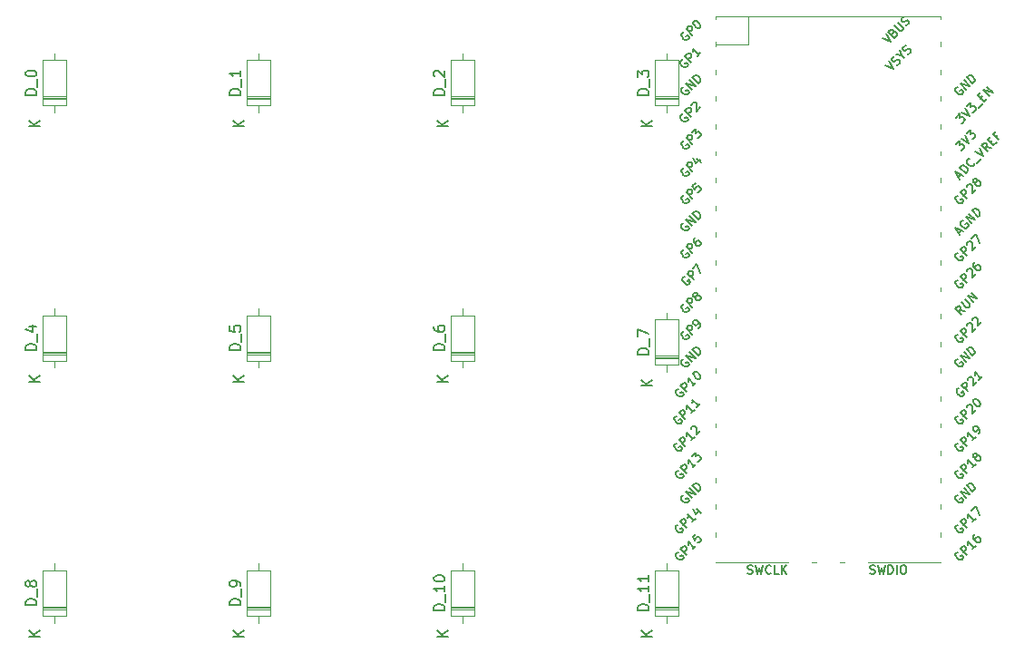
<source format=gto>
G04 #@! TF.GenerationSoftware,KiCad,Pcbnew,(5.1.9)-1*
G04 #@! TF.CreationDate,2021-05-26T09:10:57+01:00*
G04 #@! TF.ProjectId,EnvMCRO,456e764d-4352-44f2-9e6b-696361645f70,rev?*
G04 #@! TF.SameCoordinates,Original*
G04 #@! TF.FileFunction,Legend,Top*
G04 #@! TF.FilePolarity,Positive*
%FSLAX46Y46*%
G04 Gerber Fmt 4.6, Leading zero omitted, Abs format (unit mm)*
G04 Created by KiCad (PCBNEW (5.1.9)-1) date 2021-05-26 09:10:57*
%MOMM*%
%LPD*%
G01*
G04 APERTURE LIST*
%ADD10C,0.120000*%
%ADD11C,0.150000*%
%ADD12C,0.153000*%
%ADD13C,0.010000*%
%ADD14O,1.700000X1.700000*%
%ADD15R,1.700000X3.500000*%
%ADD16R,1.700000X1.700000*%
%ADD17O,1.500000X1.500000*%
%ADD18O,1.800000X1.800000*%
%ADD19R,3.500000X1.700000*%
%ADD20C,2.200000*%
%ADD21C,3.987800*%
%ADD22C,1.750000*%
%ADD23O,1.600000X1.600000*%
%ADD24R,1.600000X1.600000*%
G04 APERTURE END LIST*
D10*
X145600000Y-38900000D02*
X166600000Y-38900000D01*
X152400000Y-89900000D02*
X145600000Y-89900000D01*
X145600000Y-41567000D02*
X148607000Y-41567000D01*
X148607000Y-41567000D02*
X148607000Y-38900000D01*
X145600000Y-38900000D02*
X145600000Y-39200000D01*
X145600000Y-41300000D02*
X145600000Y-41700000D01*
X145600000Y-43900000D02*
X145600000Y-44300000D01*
X145600000Y-46400000D02*
X145600000Y-46800000D01*
X145600000Y-49000000D02*
X145600000Y-49400000D01*
X145600000Y-51500000D02*
X145600000Y-51900000D01*
X145600000Y-54000000D02*
X145600000Y-54400000D01*
X145600000Y-56600000D02*
X145600000Y-57000000D01*
X145600000Y-59100000D02*
X145600000Y-59500000D01*
X145600000Y-61700000D02*
X145600000Y-62100000D01*
X145600000Y-64200000D02*
X145600000Y-64600000D01*
X145600000Y-66700000D02*
X145600000Y-67100000D01*
X145600000Y-69300000D02*
X145600000Y-69700000D01*
X145600000Y-71800000D02*
X145600000Y-72200000D01*
X145600000Y-74400000D02*
X145600000Y-74800000D01*
X145600000Y-76900000D02*
X145600000Y-77300000D01*
X145600000Y-79500000D02*
X145600000Y-79900000D01*
X145600000Y-82000000D02*
X145600000Y-82400000D01*
X145600000Y-84500000D02*
X145600000Y-84900000D01*
X145600000Y-87100000D02*
X145600000Y-87500000D01*
X166600000Y-54000000D02*
X166600000Y-54400000D01*
X166600000Y-59100000D02*
X166600000Y-59500000D01*
X166600000Y-66700000D02*
X166600000Y-67100000D01*
X166600000Y-74400000D02*
X166600000Y-74800000D01*
X166600000Y-43900000D02*
X166600000Y-44300000D01*
X166600000Y-41300000D02*
X166600000Y-41700000D01*
X166600000Y-49000000D02*
X166600000Y-49400000D01*
X166600000Y-82000000D02*
X166600000Y-82400000D01*
X166600000Y-87100000D02*
X166600000Y-87500000D01*
X166600000Y-84500000D02*
X166600000Y-84900000D01*
X166600000Y-69300000D02*
X166600000Y-69700000D01*
X166600000Y-64200000D02*
X166600000Y-64600000D01*
X166600000Y-51500000D02*
X166600000Y-51900000D01*
X166600000Y-56600000D02*
X166600000Y-57000000D01*
X166600000Y-76900000D02*
X166600000Y-77300000D01*
X166600000Y-61700000D02*
X166600000Y-62100000D01*
X166600000Y-38900000D02*
X166600000Y-39200000D01*
X166600000Y-46400000D02*
X166600000Y-46800000D01*
X166600000Y-71800000D02*
X166600000Y-72200000D01*
X166600000Y-79500000D02*
X166600000Y-79900000D01*
X166600000Y-89900000D02*
X159800000Y-89900000D01*
X154600000Y-89900000D02*
X155000000Y-89900000D01*
X157200000Y-89900000D02*
X157600000Y-89900000D01*
X139890000Y-94870000D02*
X142130000Y-94870000D01*
X142130000Y-94870000D02*
X142130000Y-90630000D01*
X142130000Y-90630000D02*
X139890000Y-90630000D01*
X139890000Y-90630000D02*
X139890000Y-94870000D01*
X141010000Y-95520000D02*
X141010000Y-94870000D01*
X141010000Y-89980000D02*
X141010000Y-90630000D01*
X139890000Y-94150000D02*
X142130000Y-94150000D01*
X139890000Y-94030000D02*
X142130000Y-94030000D01*
X139890000Y-94270000D02*
X142130000Y-94270000D01*
X120840000Y-94870000D02*
X123080000Y-94870000D01*
X123080000Y-94870000D02*
X123080000Y-90630000D01*
X123080000Y-90630000D02*
X120840000Y-90630000D01*
X120840000Y-90630000D02*
X120840000Y-94870000D01*
X121960000Y-95520000D02*
X121960000Y-94870000D01*
X121960000Y-89980000D02*
X121960000Y-90630000D01*
X120840000Y-94150000D02*
X123080000Y-94150000D01*
X120840000Y-94030000D02*
X123080000Y-94030000D01*
X120840000Y-94270000D02*
X123080000Y-94270000D01*
X101790000Y-94870000D02*
X104030000Y-94870000D01*
X104030000Y-94870000D02*
X104030000Y-90630000D01*
X104030000Y-90630000D02*
X101790000Y-90630000D01*
X101790000Y-90630000D02*
X101790000Y-94870000D01*
X102910000Y-95520000D02*
X102910000Y-94870000D01*
X102910000Y-89980000D02*
X102910000Y-90630000D01*
X101790000Y-94150000D02*
X104030000Y-94150000D01*
X101790000Y-94030000D02*
X104030000Y-94030000D01*
X101790000Y-94270000D02*
X104030000Y-94270000D01*
X82740000Y-94870000D02*
X84980000Y-94870000D01*
X84980000Y-94870000D02*
X84980000Y-90630000D01*
X84980000Y-90630000D02*
X82740000Y-90630000D01*
X82740000Y-90630000D02*
X82740000Y-94870000D01*
X83860000Y-95520000D02*
X83860000Y-94870000D01*
X83860000Y-89980000D02*
X83860000Y-90630000D01*
X82740000Y-94150000D02*
X84980000Y-94150000D01*
X82740000Y-94030000D02*
X84980000Y-94030000D01*
X82740000Y-94270000D02*
X84980000Y-94270000D01*
X139890000Y-71457500D02*
X142130000Y-71457500D01*
X142130000Y-71457500D02*
X142130000Y-67217500D01*
X142130000Y-67217500D02*
X139890000Y-67217500D01*
X139890000Y-67217500D02*
X139890000Y-71457500D01*
X141010000Y-72107500D02*
X141010000Y-71457500D01*
X141010000Y-66567500D02*
X141010000Y-67217500D01*
X139890000Y-70737500D02*
X142130000Y-70737500D01*
X139890000Y-70617500D02*
X142130000Y-70617500D01*
X139890000Y-70857500D02*
X142130000Y-70857500D01*
X120840000Y-71057500D02*
X123080000Y-71057500D01*
X123080000Y-71057500D02*
X123080000Y-66817500D01*
X123080000Y-66817500D02*
X120840000Y-66817500D01*
X120840000Y-66817500D02*
X120840000Y-71057500D01*
X121960000Y-71707500D02*
X121960000Y-71057500D01*
X121960000Y-66167500D02*
X121960000Y-66817500D01*
X120840000Y-70337500D02*
X123080000Y-70337500D01*
X120840000Y-70217500D02*
X123080000Y-70217500D01*
X120840000Y-70457500D02*
X123080000Y-70457500D01*
X101790000Y-71057500D02*
X104030000Y-71057500D01*
X104030000Y-71057500D02*
X104030000Y-66817500D01*
X104030000Y-66817500D02*
X101790000Y-66817500D01*
X101790000Y-66817500D02*
X101790000Y-71057500D01*
X102910000Y-71707500D02*
X102910000Y-71057500D01*
X102910000Y-66167500D02*
X102910000Y-66817500D01*
X101790000Y-70337500D02*
X104030000Y-70337500D01*
X101790000Y-70217500D02*
X104030000Y-70217500D01*
X101790000Y-70457500D02*
X104030000Y-70457500D01*
X82740000Y-71057500D02*
X84980000Y-71057500D01*
X84980000Y-71057500D02*
X84980000Y-66817500D01*
X84980000Y-66817500D02*
X82740000Y-66817500D01*
X82740000Y-66817500D02*
X82740000Y-71057500D01*
X83860000Y-71707500D02*
X83860000Y-71057500D01*
X83860000Y-66167500D02*
X83860000Y-66817500D01*
X82740000Y-70337500D02*
X84980000Y-70337500D01*
X82740000Y-70217500D02*
X84980000Y-70217500D01*
X82740000Y-70457500D02*
X84980000Y-70457500D01*
X139890000Y-47245000D02*
X142130000Y-47245000D01*
X142130000Y-47245000D02*
X142130000Y-43005000D01*
X142130000Y-43005000D02*
X139890000Y-43005000D01*
X139890000Y-43005000D02*
X139890000Y-47245000D01*
X141010000Y-47895000D02*
X141010000Y-47245000D01*
X141010000Y-42355000D02*
X141010000Y-43005000D01*
X139890000Y-46525000D02*
X142130000Y-46525000D01*
X139890000Y-46405000D02*
X142130000Y-46405000D01*
X139890000Y-46645000D02*
X142130000Y-46645000D01*
X120840000Y-47245000D02*
X123080000Y-47245000D01*
X123080000Y-47245000D02*
X123080000Y-43005000D01*
X123080000Y-43005000D02*
X120840000Y-43005000D01*
X120840000Y-43005000D02*
X120840000Y-47245000D01*
X121960000Y-47895000D02*
X121960000Y-47245000D01*
X121960000Y-42355000D02*
X121960000Y-43005000D01*
X120840000Y-46525000D02*
X123080000Y-46525000D01*
X120840000Y-46405000D02*
X123080000Y-46405000D01*
X120840000Y-46645000D02*
X123080000Y-46645000D01*
X101790000Y-47245000D02*
X104030000Y-47245000D01*
X104030000Y-47245000D02*
X104030000Y-43005000D01*
X104030000Y-43005000D02*
X101790000Y-43005000D01*
X101790000Y-43005000D02*
X101790000Y-47245000D01*
X102910000Y-47895000D02*
X102910000Y-47245000D01*
X102910000Y-42355000D02*
X102910000Y-43005000D01*
X101790000Y-46525000D02*
X104030000Y-46525000D01*
X101790000Y-46405000D02*
X104030000Y-46405000D01*
X101790000Y-46645000D02*
X104030000Y-46645000D01*
X82740000Y-47245000D02*
X84980000Y-47245000D01*
X84980000Y-47245000D02*
X84980000Y-43005000D01*
X84980000Y-43005000D02*
X82740000Y-43005000D01*
X82740000Y-43005000D02*
X82740000Y-47245000D01*
X83860000Y-47895000D02*
X83860000Y-47245000D01*
X83860000Y-42355000D02*
X83860000Y-43005000D01*
X82740000Y-46525000D02*
X84980000Y-46525000D01*
X82740000Y-46405000D02*
X84980000Y-46405000D01*
X82740000Y-46645000D02*
X84980000Y-46645000D01*
D11*
X160004761Y-90923809D02*
X160119047Y-90961904D01*
X160309523Y-90961904D01*
X160385714Y-90923809D01*
X160423809Y-90885714D01*
X160461904Y-90809523D01*
X160461904Y-90733333D01*
X160423809Y-90657142D01*
X160385714Y-90619047D01*
X160309523Y-90580952D01*
X160157142Y-90542857D01*
X160080952Y-90504761D01*
X160042857Y-90466666D01*
X160004761Y-90390476D01*
X160004761Y-90314285D01*
X160042857Y-90238095D01*
X160080952Y-90200000D01*
X160157142Y-90161904D01*
X160347619Y-90161904D01*
X160461904Y-90200000D01*
X160728571Y-90161904D02*
X160919047Y-90961904D01*
X161071428Y-90390476D01*
X161223809Y-90961904D01*
X161414285Y-90161904D01*
X161719047Y-90961904D02*
X161719047Y-90161904D01*
X161909523Y-90161904D01*
X162023809Y-90200000D01*
X162100000Y-90276190D01*
X162138095Y-90352380D01*
X162176190Y-90504761D01*
X162176190Y-90619047D01*
X162138095Y-90771428D01*
X162100000Y-90847619D01*
X162023809Y-90923809D01*
X161909523Y-90961904D01*
X161719047Y-90961904D01*
X162519047Y-90961904D02*
X162519047Y-90161904D01*
X163052380Y-90161904D02*
X163204761Y-90161904D01*
X163280952Y-90200000D01*
X163357142Y-90276190D01*
X163395238Y-90428571D01*
X163395238Y-90695238D01*
X163357142Y-90847619D01*
X163280952Y-90923809D01*
X163204761Y-90961904D01*
X163052380Y-90961904D01*
X162976190Y-90923809D01*
X162900000Y-90847619D01*
X162861904Y-90695238D01*
X162861904Y-90428571D01*
X162900000Y-90276190D01*
X162976190Y-90200000D01*
X163052380Y-90161904D01*
X148590476Y-90923809D02*
X148704761Y-90961904D01*
X148895238Y-90961904D01*
X148971428Y-90923809D01*
X149009523Y-90885714D01*
X149047619Y-90809523D01*
X149047619Y-90733333D01*
X149009523Y-90657142D01*
X148971428Y-90619047D01*
X148895238Y-90580952D01*
X148742857Y-90542857D01*
X148666666Y-90504761D01*
X148628571Y-90466666D01*
X148590476Y-90390476D01*
X148590476Y-90314285D01*
X148628571Y-90238095D01*
X148666666Y-90200000D01*
X148742857Y-90161904D01*
X148933333Y-90161904D01*
X149047619Y-90200000D01*
X149314285Y-90161904D02*
X149504761Y-90961904D01*
X149657142Y-90390476D01*
X149809523Y-90961904D01*
X150000000Y-90161904D01*
X150761904Y-90885714D02*
X150723809Y-90923809D01*
X150609523Y-90961904D01*
X150533333Y-90961904D01*
X150419047Y-90923809D01*
X150342857Y-90847619D01*
X150304761Y-90771428D01*
X150266666Y-90619047D01*
X150266666Y-90504761D01*
X150304761Y-90352380D01*
X150342857Y-90276190D01*
X150419047Y-90200000D01*
X150533333Y-90161904D01*
X150609523Y-90161904D01*
X150723809Y-90200000D01*
X150761904Y-90238095D01*
X151485714Y-90961904D02*
X151104761Y-90961904D01*
X151104761Y-90161904D01*
X151752380Y-90961904D02*
X151752380Y-90161904D01*
X152209523Y-90961904D02*
X151866666Y-90504761D01*
X152209523Y-90161904D02*
X151752380Y-90619047D01*
X168251597Y-59140964D02*
X168520971Y-58871590D01*
X168359346Y-59356463D02*
X167982223Y-58602216D01*
X168736470Y-58979340D01*
X168682595Y-57955719D02*
X168601783Y-57982656D01*
X168520971Y-58063468D01*
X168467096Y-58171218D01*
X168467096Y-58278967D01*
X168494033Y-58359780D01*
X168574845Y-58494467D01*
X168655658Y-58575279D01*
X168790345Y-58656091D01*
X168871157Y-58683028D01*
X168978906Y-58683028D01*
X169086656Y-58629154D01*
X169140531Y-58575279D01*
X169194406Y-58467529D01*
X169194406Y-58413654D01*
X169005844Y-58225093D01*
X168898094Y-58332842D01*
X169490717Y-58225093D02*
X168925032Y-57659407D01*
X169813966Y-57901844D01*
X169248280Y-57336158D01*
X170083340Y-57632470D02*
X169517654Y-57066784D01*
X169652341Y-56932097D01*
X169760091Y-56878223D01*
X169867841Y-56878223D01*
X169948653Y-56905160D01*
X170083340Y-56985972D01*
X170164152Y-57066784D01*
X170244964Y-57201471D01*
X170271902Y-57282284D01*
X170271902Y-57390033D01*
X170218027Y-57497783D01*
X170083340Y-57632470D01*
X168186158Y-45498155D02*
X168105346Y-45525093D01*
X168024534Y-45605905D01*
X167970659Y-45713654D01*
X167970659Y-45821404D01*
X167997597Y-45902216D01*
X168078409Y-46036903D01*
X168159221Y-46117715D01*
X168293908Y-46198528D01*
X168374720Y-46225465D01*
X168482470Y-46225465D01*
X168590219Y-46171590D01*
X168644094Y-46117715D01*
X168697969Y-46009966D01*
X168697969Y-45956091D01*
X168509407Y-45767529D01*
X168401658Y-45875279D01*
X168994280Y-45767529D02*
X168428595Y-45201844D01*
X169317529Y-45444280D01*
X168751844Y-44878595D01*
X169586903Y-45174906D02*
X169021218Y-44609221D01*
X169155905Y-44474534D01*
X169263654Y-44420659D01*
X169371404Y-44420659D01*
X169452216Y-44447597D01*
X169586903Y-44528409D01*
X169667715Y-44609221D01*
X169748528Y-44743908D01*
X169775465Y-44824720D01*
X169775465Y-44932470D01*
X169721590Y-45040219D01*
X169586903Y-45174906D01*
X168186158Y-70898155D02*
X168105346Y-70925093D01*
X168024534Y-71005905D01*
X167970659Y-71113654D01*
X167970659Y-71221404D01*
X167997597Y-71302216D01*
X168078409Y-71436903D01*
X168159221Y-71517715D01*
X168293908Y-71598528D01*
X168374720Y-71625465D01*
X168482470Y-71625465D01*
X168590219Y-71571590D01*
X168644094Y-71517715D01*
X168697969Y-71409966D01*
X168697969Y-71356091D01*
X168509407Y-71167529D01*
X168401658Y-71275279D01*
X168994280Y-71167529D02*
X168428595Y-70601844D01*
X169317529Y-70844280D01*
X168751844Y-70278595D01*
X169586903Y-70574906D02*
X169021218Y-70009221D01*
X169155905Y-69874534D01*
X169263654Y-69820659D01*
X169371404Y-69820659D01*
X169452216Y-69847597D01*
X169586903Y-69928409D01*
X169667715Y-70009221D01*
X169748528Y-70143908D01*
X169775465Y-70224720D01*
X169775465Y-70332470D01*
X169721590Y-70440219D01*
X169586903Y-70574906D01*
X168186158Y-83598155D02*
X168105346Y-83625093D01*
X168024534Y-83705905D01*
X167970659Y-83813654D01*
X167970659Y-83921404D01*
X167997597Y-84002216D01*
X168078409Y-84136903D01*
X168159221Y-84217715D01*
X168293908Y-84298528D01*
X168374720Y-84325465D01*
X168482470Y-84325465D01*
X168590219Y-84271590D01*
X168644094Y-84217715D01*
X168697969Y-84109966D01*
X168697969Y-84056091D01*
X168509407Y-83867529D01*
X168401658Y-83975279D01*
X168994280Y-83867529D02*
X168428595Y-83301844D01*
X169317529Y-83544280D01*
X168751844Y-82978595D01*
X169586903Y-83274906D02*
X169021218Y-82709221D01*
X169155905Y-82574534D01*
X169263654Y-82520659D01*
X169371404Y-82520659D01*
X169452216Y-82547597D01*
X169586903Y-82628409D01*
X169667715Y-82709221D01*
X169748528Y-82843908D01*
X169775465Y-82924720D01*
X169775465Y-83032470D01*
X169721590Y-83140219D01*
X169586903Y-83274906D01*
X142586158Y-83598155D02*
X142505346Y-83625093D01*
X142424534Y-83705905D01*
X142370659Y-83813654D01*
X142370659Y-83921404D01*
X142397597Y-84002216D01*
X142478409Y-84136903D01*
X142559221Y-84217715D01*
X142693908Y-84298528D01*
X142774720Y-84325465D01*
X142882470Y-84325465D01*
X142990219Y-84271590D01*
X143044094Y-84217715D01*
X143097969Y-84109966D01*
X143097969Y-84056091D01*
X142909407Y-83867529D01*
X142801658Y-83975279D01*
X143394280Y-83867529D02*
X142828595Y-83301844D01*
X143717529Y-83544280D01*
X143151844Y-82978595D01*
X143986903Y-83274906D02*
X143421218Y-82709221D01*
X143555905Y-82574534D01*
X143663654Y-82520659D01*
X143771404Y-82520659D01*
X143852216Y-82547597D01*
X143986903Y-82628409D01*
X144067715Y-82709221D01*
X144148528Y-82843908D01*
X144175465Y-82924720D01*
X144175465Y-83032470D01*
X144121590Y-83140219D01*
X143986903Y-83274906D01*
X142586158Y-70898155D02*
X142505346Y-70925093D01*
X142424534Y-71005905D01*
X142370659Y-71113654D01*
X142370659Y-71221404D01*
X142397597Y-71302216D01*
X142478409Y-71436903D01*
X142559221Y-71517715D01*
X142693908Y-71598528D01*
X142774720Y-71625465D01*
X142882470Y-71625465D01*
X142990219Y-71571590D01*
X143044094Y-71517715D01*
X143097969Y-71409966D01*
X143097969Y-71356091D01*
X142909407Y-71167529D01*
X142801658Y-71275279D01*
X143394280Y-71167529D02*
X142828595Y-70601844D01*
X143717529Y-70844280D01*
X143151844Y-70278595D01*
X143986903Y-70574906D02*
X143421218Y-70009221D01*
X143555905Y-69874534D01*
X143663654Y-69820659D01*
X143771404Y-69820659D01*
X143852216Y-69847597D01*
X143986903Y-69928409D01*
X144067715Y-70009221D01*
X144148528Y-70143908D01*
X144175465Y-70224720D01*
X144175465Y-70332470D01*
X144121590Y-70440219D01*
X143986903Y-70574906D01*
X142586158Y-58198155D02*
X142505346Y-58225093D01*
X142424534Y-58305905D01*
X142370659Y-58413654D01*
X142370659Y-58521404D01*
X142397597Y-58602216D01*
X142478409Y-58736903D01*
X142559221Y-58817715D01*
X142693908Y-58898528D01*
X142774720Y-58925465D01*
X142882470Y-58925465D01*
X142990219Y-58871590D01*
X143044094Y-58817715D01*
X143097969Y-58709966D01*
X143097969Y-58656091D01*
X142909407Y-58467529D01*
X142801658Y-58575279D01*
X143394280Y-58467529D02*
X142828595Y-57901844D01*
X143717529Y-58144280D01*
X143151844Y-57578595D01*
X143986903Y-57874906D02*
X143421218Y-57309221D01*
X143555905Y-57174534D01*
X143663654Y-57120659D01*
X143771404Y-57120659D01*
X143852216Y-57147597D01*
X143986903Y-57228409D01*
X144067715Y-57309221D01*
X144148528Y-57443908D01*
X144175465Y-57524720D01*
X144175465Y-57632470D01*
X144121590Y-57740219D01*
X143986903Y-57874906D01*
X142586158Y-45498155D02*
X142505346Y-45525093D01*
X142424534Y-45605905D01*
X142370659Y-45713654D01*
X142370659Y-45821404D01*
X142397597Y-45902216D01*
X142478409Y-46036903D01*
X142559221Y-46117715D01*
X142693908Y-46198528D01*
X142774720Y-46225465D01*
X142882470Y-46225465D01*
X142990219Y-46171590D01*
X143044094Y-46117715D01*
X143097969Y-46009966D01*
X143097969Y-45956091D01*
X142909407Y-45767529D01*
X142801658Y-45875279D01*
X143394280Y-45767529D02*
X142828595Y-45201844D01*
X143717529Y-45444280D01*
X143151844Y-44878595D01*
X143986903Y-45174906D02*
X143421218Y-44609221D01*
X143555905Y-44474534D01*
X143663654Y-44420659D01*
X143771404Y-44420659D01*
X143852216Y-44447597D01*
X143986903Y-44528409D01*
X144067715Y-44609221D01*
X144148528Y-44743908D01*
X144175465Y-44824720D01*
X144175465Y-44932470D01*
X144121590Y-45040219D01*
X143986903Y-45174906D01*
X161153129Y-40927309D02*
X161907377Y-41304433D01*
X161530253Y-40550186D01*
X162176751Y-40442436D02*
X162284500Y-40388561D01*
X162338375Y-40388561D01*
X162419187Y-40415499D01*
X162500000Y-40496311D01*
X162526937Y-40577123D01*
X162526937Y-40630998D01*
X162500000Y-40711810D01*
X162284500Y-40927309D01*
X161718815Y-40361624D01*
X161907377Y-40173062D01*
X161988189Y-40146125D01*
X162042064Y-40146125D01*
X162122876Y-40173062D01*
X162176751Y-40226937D01*
X162203688Y-40307749D01*
X162203688Y-40361624D01*
X162176751Y-40442436D01*
X161988189Y-40630998D01*
X162284500Y-39795938D02*
X162742436Y-40253874D01*
X162823248Y-40280812D01*
X162877123Y-40280812D01*
X162957935Y-40253874D01*
X163065685Y-40146125D01*
X163092622Y-40065312D01*
X163092622Y-40011438D01*
X163065685Y-39930625D01*
X162607749Y-39472690D01*
X163388934Y-39769001D02*
X163496683Y-39715126D01*
X163631370Y-39580439D01*
X163658308Y-39499627D01*
X163658308Y-39445752D01*
X163631370Y-39364940D01*
X163577496Y-39311065D01*
X163496683Y-39284128D01*
X163442809Y-39284128D01*
X163361996Y-39311065D01*
X163227309Y-39391877D01*
X163146497Y-39418815D01*
X163092622Y-39418815D01*
X163011810Y-39391877D01*
X162957935Y-39338003D01*
X162930998Y-39257190D01*
X162930998Y-39203316D01*
X162957935Y-39122503D01*
X163092622Y-38987816D01*
X163200372Y-38933942D01*
X161420473Y-43469966D02*
X162174720Y-43847089D01*
X161797597Y-43092842D01*
X162497969Y-43469966D02*
X162605719Y-43416091D01*
X162740406Y-43281404D01*
X162767343Y-43200592D01*
X162767343Y-43146717D01*
X162740406Y-43065905D01*
X162686531Y-43012030D01*
X162605719Y-42985093D01*
X162551844Y-42985093D01*
X162471032Y-43012030D01*
X162336345Y-43092842D01*
X162255532Y-43119780D01*
X162201658Y-43119780D01*
X162120845Y-43092842D01*
X162066971Y-43038967D01*
X162040033Y-42958155D01*
X162040033Y-42904280D01*
X162066971Y-42823468D01*
X162201658Y-42688781D01*
X162309407Y-42634906D01*
X162928967Y-42554094D02*
X163198341Y-42823468D01*
X162444094Y-42446345D02*
X162928967Y-42554094D01*
X162821218Y-42069221D01*
X163521590Y-42446345D02*
X163629340Y-42392470D01*
X163764027Y-42257783D01*
X163790964Y-42176971D01*
X163790964Y-42123096D01*
X163764027Y-42042284D01*
X163710152Y-41988409D01*
X163629340Y-41961471D01*
X163575465Y-41961471D01*
X163494653Y-41988409D01*
X163359966Y-42069221D01*
X163279154Y-42096158D01*
X163225279Y-42096158D01*
X163144467Y-42069221D01*
X163090592Y-42015346D01*
X163063654Y-41934534D01*
X163063654Y-41880659D01*
X163090592Y-41799847D01*
X163225279Y-41665160D01*
X163333028Y-41611285D01*
X168022131Y-48358308D02*
X168372317Y-48008122D01*
X168399255Y-48412183D01*
X168480067Y-48331370D01*
X168560879Y-48304433D01*
X168614754Y-48304433D01*
X168695566Y-48331370D01*
X168830253Y-48466057D01*
X168857190Y-48546870D01*
X168857190Y-48600744D01*
X168830253Y-48681557D01*
X168668629Y-48843181D01*
X168587816Y-48870118D01*
X168533942Y-48870118D01*
X168533942Y-47846497D02*
X169288189Y-48223621D01*
X168911065Y-47469374D01*
X169045752Y-47334687D02*
X169395938Y-46984500D01*
X169422876Y-47388561D01*
X169503688Y-47307749D01*
X169584500Y-47280812D01*
X169638375Y-47280812D01*
X169719187Y-47307749D01*
X169853874Y-47442436D01*
X169880812Y-47523248D01*
X169880812Y-47577123D01*
X169853874Y-47657935D01*
X169692250Y-47819560D01*
X169611438Y-47846497D01*
X169557563Y-47846497D01*
X170123248Y-47496311D02*
X170554247Y-47065312D01*
X170338748Y-46580439D02*
X170527309Y-46391877D01*
X170904433Y-46607377D02*
X170635059Y-46876751D01*
X170069374Y-46311065D01*
X170338748Y-46041691D01*
X171146870Y-46364940D02*
X170581184Y-45799255D01*
X171470118Y-46041691D01*
X170904433Y-45476006D01*
X167989847Y-50890592D02*
X168340033Y-50540406D01*
X168366971Y-50944467D01*
X168447783Y-50863654D01*
X168528595Y-50836717D01*
X168582470Y-50836717D01*
X168663282Y-50863654D01*
X168797969Y-50998341D01*
X168824906Y-51079154D01*
X168824906Y-51133028D01*
X168797969Y-51213841D01*
X168636345Y-51375465D01*
X168555532Y-51402402D01*
X168501658Y-51402402D01*
X168501658Y-50378781D02*
X169255905Y-50755905D01*
X168878781Y-50001658D01*
X169013468Y-49866971D02*
X169363654Y-49516784D01*
X169390592Y-49920845D01*
X169471404Y-49840033D01*
X169552216Y-49813096D01*
X169606091Y-49813096D01*
X169686903Y-49840033D01*
X169821590Y-49974720D01*
X169848528Y-50055532D01*
X169848528Y-50109407D01*
X169821590Y-50190219D01*
X169659966Y-50351844D01*
X169579154Y-50378781D01*
X169525279Y-50378781D01*
X168254788Y-53933773D02*
X168524162Y-53664399D01*
X168362537Y-54149272D02*
X167985414Y-53395025D01*
X168739661Y-53772149D01*
X168928223Y-53583587D02*
X168362537Y-53017902D01*
X168497224Y-52883215D01*
X168604974Y-52829340D01*
X168712723Y-52829340D01*
X168793536Y-52856277D01*
X168928223Y-52937089D01*
X169009035Y-53017902D01*
X169089847Y-53152589D01*
X169116784Y-53233401D01*
X169116784Y-53341150D01*
X169062910Y-53448900D01*
X168928223Y-53583587D01*
X169763282Y-52640778D02*
X169763282Y-52694653D01*
X169709407Y-52802402D01*
X169655532Y-52856277D01*
X169547783Y-52910152D01*
X169440033Y-52910152D01*
X169359221Y-52883215D01*
X169224534Y-52802402D01*
X169143722Y-52721590D01*
X169062910Y-52586903D01*
X169035972Y-52506091D01*
X169035972Y-52398341D01*
X169089847Y-52290592D01*
X169143722Y-52236717D01*
X169251471Y-52182842D01*
X169305346Y-52182842D01*
X169978781Y-52640778D02*
X170409780Y-52209780D01*
X169844094Y-51536345D02*
X170598341Y-51913468D01*
X170221218Y-51159221D01*
X171298714Y-51213096D02*
X170840778Y-51132284D01*
X170975465Y-51536345D02*
X170409780Y-50970659D01*
X170625279Y-50755160D01*
X170706091Y-50728223D01*
X170759966Y-50728223D01*
X170840778Y-50755160D01*
X170921590Y-50835972D01*
X170948528Y-50916784D01*
X170948528Y-50970659D01*
X170921590Y-51051471D01*
X170706091Y-51266971D01*
X171244839Y-50674348D02*
X171433401Y-50485786D01*
X171810524Y-50701285D02*
X171541150Y-50970659D01*
X170975465Y-50404974D01*
X171244839Y-50135600D01*
X171945211Y-49973975D02*
X171756650Y-50162537D01*
X172052961Y-50458849D02*
X171487276Y-49893163D01*
X171756650Y-49623789D01*
X168197722Y-55646592D02*
X168116910Y-55673529D01*
X168036097Y-55754341D01*
X167982223Y-55862091D01*
X167982223Y-55969841D01*
X168009160Y-56050653D01*
X168089972Y-56185340D01*
X168170784Y-56266152D01*
X168305471Y-56346964D01*
X168386284Y-56373902D01*
X168494033Y-56373902D01*
X168601783Y-56320027D01*
X168655658Y-56266152D01*
X168709532Y-56158402D01*
X168709532Y-56104528D01*
X168520971Y-55915966D01*
X168413221Y-56023715D01*
X169005844Y-55915966D02*
X168440158Y-55350280D01*
X168655658Y-55134781D01*
X168736470Y-55107844D01*
X168790345Y-55107844D01*
X168871157Y-55134781D01*
X168951969Y-55215593D01*
X168978906Y-55296406D01*
X168978906Y-55350280D01*
X168951969Y-55431093D01*
X168736470Y-55646592D01*
X169032781Y-54865407D02*
X169032781Y-54811532D01*
X169059719Y-54730720D01*
X169194406Y-54596033D01*
X169275218Y-54569096D01*
X169329093Y-54569096D01*
X169409905Y-54596033D01*
X169463780Y-54649908D01*
X169517654Y-54757658D01*
X169517654Y-55404155D01*
X169867841Y-55053969D01*
X169867841Y-54407471D02*
X169787028Y-54434409D01*
X169733154Y-54434409D01*
X169652341Y-54407471D01*
X169625404Y-54380534D01*
X169598467Y-54299722D01*
X169598467Y-54245847D01*
X169625404Y-54165035D01*
X169733154Y-54057285D01*
X169813966Y-54030348D01*
X169867841Y-54030348D01*
X169948653Y-54057285D01*
X169975590Y-54084223D01*
X170002528Y-54165035D01*
X170002528Y-54218910D01*
X169975590Y-54299722D01*
X169867841Y-54407471D01*
X169840903Y-54488284D01*
X169840903Y-54542158D01*
X169867841Y-54622971D01*
X169975590Y-54730720D01*
X170056402Y-54757658D01*
X170110277Y-54757658D01*
X170191089Y-54730720D01*
X170298839Y-54622971D01*
X170325776Y-54542158D01*
X170325776Y-54488284D01*
X170298839Y-54407471D01*
X170191089Y-54299722D01*
X170110277Y-54272784D01*
X170056402Y-54272784D01*
X169975590Y-54299722D01*
X168197722Y-60990592D02*
X168116910Y-61017529D01*
X168036097Y-61098341D01*
X167982223Y-61206091D01*
X167982223Y-61313841D01*
X168009160Y-61394653D01*
X168089972Y-61529340D01*
X168170784Y-61610152D01*
X168305471Y-61690964D01*
X168386284Y-61717902D01*
X168494033Y-61717902D01*
X168601783Y-61664027D01*
X168655658Y-61610152D01*
X168709532Y-61502402D01*
X168709532Y-61448528D01*
X168520971Y-61259966D01*
X168413221Y-61367715D01*
X169005844Y-61259966D02*
X168440158Y-60694280D01*
X168655658Y-60478781D01*
X168736470Y-60451844D01*
X168790345Y-60451844D01*
X168871157Y-60478781D01*
X168951969Y-60559593D01*
X168978906Y-60640406D01*
X168978906Y-60694280D01*
X168951969Y-60775093D01*
X168736470Y-60990592D01*
X169032781Y-60209407D02*
X169032781Y-60155532D01*
X169059719Y-60074720D01*
X169194406Y-59940033D01*
X169275218Y-59913096D01*
X169329093Y-59913096D01*
X169409905Y-59940033D01*
X169463780Y-59993908D01*
X169517654Y-60101658D01*
X169517654Y-60748155D01*
X169867841Y-60397969D01*
X169490717Y-59643722D02*
X169867841Y-59266598D01*
X170191089Y-60074720D01*
X168197722Y-63520592D02*
X168116910Y-63547529D01*
X168036097Y-63628341D01*
X167982223Y-63736091D01*
X167982223Y-63843841D01*
X168009160Y-63924653D01*
X168089972Y-64059340D01*
X168170784Y-64140152D01*
X168305471Y-64220964D01*
X168386284Y-64247902D01*
X168494033Y-64247902D01*
X168601783Y-64194027D01*
X168655658Y-64140152D01*
X168709532Y-64032402D01*
X168709532Y-63978528D01*
X168520971Y-63789966D01*
X168413221Y-63897715D01*
X169005844Y-63789966D02*
X168440158Y-63224280D01*
X168655658Y-63008781D01*
X168736470Y-62981844D01*
X168790345Y-62981844D01*
X168871157Y-63008781D01*
X168951969Y-63089593D01*
X168978906Y-63170406D01*
X168978906Y-63224280D01*
X168951969Y-63305093D01*
X168736470Y-63520592D01*
X169032781Y-62739407D02*
X169032781Y-62685532D01*
X169059719Y-62604720D01*
X169194406Y-62470033D01*
X169275218Y-62443096D01*
X169329093Y-62443096D01*
X169409905Y-62470033D01*
X169463780Y-62523908D01*
X169517654Y-62631658D01*
X169517654Y-63278155D01*
X169867841Y-62927969D01*
X169787028Y-61877410D02*
X169679279Y-61985160D01*
X169652341Y-62065972D01*
X169652341Y-62119847D01*
X169679279Y-62254534D01*
X169760091Y-62389221D01*
X169975590Y-62604720D01*
X170056402Y-62631658D01*
X170110277Y-62631658D01*
X170191089Y-62604720D01*
X170298839Y-62496971D01*
X170325776Y-62416158D01*
X170325776Y-62362284D01*
X170298839Y-62281471D01*
X170164152Y-62146784D01*
X170083340Y-62119847D01*
X170029465Y-62119847D01*
X169948653Y-62146784D01*
X169840903Y-62254534D01*
X169813966Y-62335346D01*
X169813966Y-62389221D01*
X169840903Y-62470033D01*
X168838375Y-66423435D02*
X168380439Y-66342622D01*
X168515126Y-66746683D02*
X167949441Y-66180998D01*
X168164940Y-65965499D01*
X168245752Y-65938561D01*
X168299627Y-65938561D01*
X168380439Y-65965499D01*
X168461251Y-66046311D01*
X168488189Y-66127123D01*
X168488189Y-66180998D01*
X168461251Y-66261810D01*
X168245752Y-66477309D01*
X168515126Y-65615312D02*
X168973062Y-66073248D01*
X169053874Y-66100186D01*
X169107749Y-66100186D01*
X169188561Y-66073248D01*
X169296311Y-65965499D01*
X169323248Y-65884687D01*
X169323248Y-65830812D01*
X169296311Y-65749999D01*
X168838375Y-65292064D01*
X169673435Y-65588375D02*
X169107749Y-65022690D01*
X169996683Y-65265126D01*
X169430998Y-64699441D01*
X168197722Y-68600592D02*
X168116910Y-68627529D01*
X168036097Y-68708341D01*
X167982223Y-68816091D01*
X167982223Y-68923841D01*
X168009160Y-69004653D01*
X168089972Y-69139340D01*
X168170784Y-69220152D01*
X168305471Y-69300964D01*
X168386284Y-69327902D01*
X168494033Y-69327902D01*
X168601783Y-69274027D01*
X168655658Y-69220152D01*
X168709532Y-69112402D01*
X168709532Y-69058528D01*
X168520971Y-68869966D01*
X168413221Y-68977715D01*
X169005844Y-68869966D02*
X168440158Y-68304280D01*
X168655658Y-68088781D01*
X168736470Y-68061844D01*
X168790345Y-68061844D01*
X168871157Y-68088781D01*
X168951969Y-68169593D01*
X168978906Y-68250406D01*
X168978906Y-68304280D01*
X168951969Y-68385093D01*
X168736470Y-68600592D01*
X169032781Y-67819407D02*
X169032781Y-67765532D01*
X169059719Y-67684720D01*
X169194406Y-67550033D01*
X169275218Y-67523096D01*
X169329093Y-67523096D01*
X169409905Y-67550033D01*
X169463780Y-67603908D01*
X169517654Y-67711658D01*
X169517654Y-68358155D01*
X169867841Y-68007969D01*
X169571529Y-67280659D02*
X169571529Y-67226784D01*
X169598467Y-67145972D01*
X169733154Y-67011285D01*
X169813966Y-66984348D01*
X169867841Y-66984348D01*
X169948653Y-67011285D01*
X170002528Y-67065160D01*
X170056402Y-67172910D01*
X170056402Y-67819407D01*
X170406589Y-67469221D01*
X168293722Y-73640592D02*
X168212910Y-73667529D01*
X168132097Y-73748341D01*
X168078223Y-73856091D01*
X168078223Y-73963841D01*
X168105160Y-74044653D01*
X168185972Y-74179340D01*
X168266784Y-74260152D01*
X168401471Y-74340964D01*
X168482284Y-74367902D01*
X168590033Y-74367902D01*
X168697783Y-74314027D01*
X168751658Y-74260152D01*
X168805532Y-74152402D01*
X168805532Y-74098528D01*
X168616971Y-73909966D01*
X168509221Y-74017715D01*
X169101844Y-73909966D02*
X168536158Y-73344280D01*
X168751658Y-73128781D01*
X168832470Y-73101844D01*
X168886345Y-73101844D01*
X168967157Y-73128781D01*
X169047969Y-73209593D01*
X169074906Y-73290406D01*
X169074906Y-73344280D01*
X169047969Y-73425093D01*
X168832470Y-73640592D01*
X169128781Y-72859407D02*
X169128781Y-72805532D01*
X169155719Y-72724720D01*
X169290406Y-72590033D01*
X169371218Y-72563096D01*
X169425093Y-72563096D01*
X169505905Y-72590033D01*
X169559780Y-72643908D01*
X169613654Y-72751658D01*
X169613654Y-73398155D01*
X169963841Y-73047969D01*
X170502589Y-72509221D02*
X170179340Y-72832470D01*
X170340964Y-72670845D02*
X169775279Y-72105160D01*
X169802216Y-72239847D01*
X169802216Y-72347597D01*
X169775279Y-72428409D01*
X168197722Y-76220592D02*
X168116910Y-76247529D01*
X168036097Y-76328341D01*
X167982223Y-76436091D01*
X167982223Y-76543841D01*
X168009160Y-76624653D01*
X168089972Y-76759340D01*
X168170784Y-76840152D01*
X168305471Y-76920964D01*
X168386284Y-76947902D01*
X168494033Y-76947902D01*
X168601783Y-76894027D01*
X168655658Y-76840152D01*
X168709532Y-76732402D01*
X168709532Y-76678528D01*
X168520971Y-76489966D01*
X168413221Y-76597715D01*
X169005844Y-76489966D02*
X168440158Y-75924280D01*
X168655658Y-75708781D01*
X168736470Y-75681844D01*
X168790345Y-75681844D01*
X168871157Y-75708781D01*
X168951969Y-75789593D01*
X168978906Y-75870406D01*
X168978906Y-75924280D01*
X168951969Y-76005093D01*
X168736470Y-76220592D01*
X169032781Y-75439407D02*
X169032781Y-75385532D01*
X169059719Y-75304720D01*
X169194406Y-75170033D01*
X169275218Y-75143096D01*
X169329093Y-75143096D01*
X169409905Y-75170033D01*
X169463780Y-75223908D01*
X169517654Y-75331658D01*
X169517654Y-75978155D01*
X169867841Y-75627969D01*
X169652341Y-74712097D02*
X169706216Y-74658223D01*
X169787028Y-74631285D01*
X169840903Y-74631285D01*
X169921715Y-74658223D01*
X170056402Y-74739035D01*
X170191089Y-74873722D01*
X170271902Y-75008409D01*
X170298839Y-75089221D01*
X170298839Y-75143096D01*
X170271902Y-75223908D01*
X170218027Y-75277783D01*
X170137215Y-75304720D01*
X170083340Y-75304720D01*
X170002528Y-75277783D01*
X169867841Y-75196971D01*
X169733154Y-75062284D01*
X169652341Y-74927597D01*
X169625404Y-74846784D01*
X169625404Y-74792910D01*
X169652341Y-74712097D01*
X168197722Y-78760592D02*
X168116910Y-78787529D01*
X168036097Y-78868341D01*
X167982223Y-78976091D01*
X167982223Y-79083841D01*
X168009160Y-79164653D01*
X168089972Y-79299340D01*
X168170784Y-79380152D01*
X168305471Y-79460964D01*
X168386284Y-79487902D01*
X168494033Y-79487902D01*
X168601783Y-79434027D01*
X168655658Y-79380152D01*
X168709532Y-79272402D01*
X168709532Y-79218528D01*
X168520971Y-79029966D01*
X168413221Y-79137715D01*
X169005844Y-79029966D02*
X168440158Y-78464280D01*
X168655658Y-78248781D01*
X168736470Y-78221844D01*
X168790345Y-78221844D01*
X168871157Y-78248781D01*
X168951969Y-78329593D01*
X168978906Y-78410406D01*
X168978906Y-78464280D01*
X168951969Y-78545093D01*
X168736470Y-78760592D01*
X169867841Y-78167969D02*
X169544592Y-78491218D01*
X169706216Y-78329593D02*
X169140531Y-77763908D01*
X169167468Y-77898595D01*
X169167468Y-78006345D01*
X169140531Y-78087157D01*
X170137215Y-77898595D02*
X170244964Y-77790845D01*
X170271902Y-77710033D01*
X170271902Y-77656158D01*
X170244964Y-77521471D01*
X170164152Y-77386784D01*
X169948653Y-77171285D01*
X169867841Y-77144348D01*
X169813966Y-77144348D01*
X169733154Y-77171285D01*
X169625404Y-77279035D01*
X169598467Y-77359847D01*
X169598467Y-77413722D01*
X169625404Y-77494534D01*
X169760091Y-77629221D01*
X169840903Y-77656158D01*
X169894778Y-77656158D01*
X169975590Y-77629221D01*
X170083340Y-77521471D01*
X170110277Y-77440659D01*
X170110277Y-77386784D01*
X170083340Y-77305972D01*
X168197722Y-81300592D02*
X168116910Y-81327529D01*
X168036097Y-81408341D01*
X167982223Y-81516091D01*
X167982223Y-81623841D01*
X168009160Y-81704653D01*
X168089972Y-81839340D01*
X168170784Y-81920152D01*
X168305471Y-82000964D01*
X168386284Y-82027902D01*
X168494033Y-82027902D01*
X168601783Y-81974027D01*
X168655658Y-81920152D01*
X168709532Y-81812402D01*
X168709532Y-81758528D01*
X168520971Y-81569966D01*
X168413221Y-81677715D01*
X169005844Y-81569966D02*
X168440158Y-81004280D01*
X168655658Y-80788781D01*
X168736470Y-80761844D01*
X168790345Y-80761844D01*
X168871157Y-80788781D01*
X168951969Y-80869593D01*
X168978906Y-80950406D01*
X168978906Y-81004280D01*
X168951969Y-81085093D01*
X168736470Y-81300592D01*
X169867841Y-80707969D02*
X169544592Y-81031218D01*
X169706216Y-80869593D02*
X169140531Y-80303908D01*
X169167468Y-80438595D01*
X169167468Y-80546345D01*
X169140531Y-80627157D01*
X169867841Y-80061471D02*
X169787028Y-80088409D01*
X169733154Y-80088409D01*
X169652341Y-80061471D01*
X169625404Y-80034534D01*
X169598467Y-79953722D01*
X169598467Y-79899847D01*
X169625404Y-79819035D01*
X169733154Y-79711285D01*
X169813966Y-79684348D01*
X169867841Y-79684348D01*
X169948653Y-79711285D01*
X169975590Y-79738223D01*
X170002528Y-79819035D01*
X170002528Y-79872910D01*
X169975590Y-79953722D01*
X169867841Y-80061471D01*
X169840903Y-80142284D01*
X169840903Y-80196158D01*
X169867841Y-80276971D01*
X169975590Y-80384720D01*
X170056402Y-80411658D01*
X170110277Y-80411658D01*
X170191089Y-80384720D01*
X170298839Y-80276971D01*
X170325776Y-80196158D01*
X170325776Y-80142284D01*
X170298839Y-80061471D01*
X170191089Y-79953722D01*
X170110277Y-79926784D01*
X170056402Y-79926784D01*
X169975590Y-79953722D01*
X168197722Y-86380592D02*
X168116910Y-86407529D01*
X168036097Y-86488341D01*
X167982223Y-86596091D01*
X167982223Y-86703841D01*
X168009160Y-86784653D01*
X168089972Y-86919340D01*
X168170784Y-87000152D01*
X168305471Y-87080964D01*
X168386284Y-87107902D01*
X168494033Y-87107902D01*
X168601783Y-87054027D01*
X168655658Y-87000152D01*
X168709532Y-86892402D01*
X168709532Y-86838528D01*
X168520971Y-86649966D01*
X168413221Y-86757715D01*
X169005844Y-86649966D02*
X168440158Y-86084280D01*
X168655658Y-85868781D01*
X168736470Y-85841844D01*
X168790345Y-85841844D01*
X168871157Y-85868781D01*
X168951969Y-85949593D01*
X168978906Y-86030406D01*
X168978906Y-86084280D01*
X168951969Y-86165093D01*
X168736470Y-86380592D01*
X169867841Y-85787969D02*
X169544592Y-86111218D01*
X169706216Y-85949593D02*
X169140531Y-85383908D01*
X169167468Y-85518595D01*
X169167468Y-85626345D01*
X169140531Y-85707157D01*
X169490717Y-85033722D02*
X169867841Y-84656598D01*
X170191089Y-85464720D01*
X168197722Y-88920592D02*
X168116910Y-88947529D01*
X168036097Y-89028341D01*
X167982223Y-89136091D01*
X167982223Y-89243841D01*
X168009160Y-89324653D01*
X168089972Y-89459340D01*
X168170784Y-89540152D01*
X168305471Y-89620964D01*
X168386284Y-89647902D01*
X168494033Y-89647902D01*
X168601783Y-89594027D01*
X168655658Y-89540152D01*
X168709532Y-89432402D01*
X168709532Y-89378528D01*
X168520971Y-89189966D01*
X168413221Y-89297715D01*
X169005844Y-89189966D02*
X168440158Y-88624280D01*
X168655658Y-88408781D01*
X168736470Y-88381844D01*
X168790345Y-88381844D01*
X168871157Y-88408781D01*
X168951969Y-88489593D01*
X168978906Y-88570406D01*
X168978906Y-88624280D01*
X168951969Y-88705093D01*
X168736470Y-88920592D01*
X169867841Y-88327969D02*
X169544592Y-88651218D01*
X169706216Y-88489593D02*
X169140531Y-87923908D01*
X169167468Y-88058595D01*
X169167468Y-88166345D01*
X169140531Y-88247157D01*
X169787028Y-87277410D02*
X169679279Y-87385160D01*
X169652341Y-87465972D01*
X169652341Y-87519847D01*
X169679279Y-87654534D01*
X169760091Y-87789221D01*
X169975590Y-88004720D01*
X170056402Y-88031658D01*
X170110277Y-88031658D01*
X170191089Y-88004720D01*
X170298839Y-87896971D01*
X170325776Y-87816158D01*
X170325776Y-87762284D01*
X170298839Y-87681471D01*
X170164152Y-87546784D01*
X170083340Y-87519847D01*
X170029465Y-87519847D01*
X169948653Y-87546784D01*
X169840903Y-87654534D01*
X169813966Y-87735346D01*
X169813966Y-87789221D01*
X169840903Y-87870033D01*
X142089722Y-88920592D02*
X142008910Y-88947529D01*
X141928097Y-89028341D01*
X141874223Y-89136091D01*
X141874223Y-89243841D01*
X141901160Y-89324653D01*
X141981972Y-89459340D01*
X142062784Y-89540152D01*
X142197471Y-89620964D01*
X142278284Y-89647902D01*
X142386033Y-89647902D01*
X142493783Y-89594027D01*
X142547658Y-89540152D01*
X142601532Y-89432402D01*
X142601532Y-89378528D01*
X142412971Y-89189966D01*
X142305221Y-89297715D01*
X142897844Y-89189966D02*
X142332158Y-88624280D01*
X142547658Y-88408781D01*
X142628470Y-88381844D01*
X142682345Y-88381844D01*
X142763157Y-88408781D01*
X142843969Y-88489593D01*
X142870906Y-88570406D01*
X142870906Y-88624280D01*
X142843969Y-88705093D01*
X142628470Y-88920592D01*
X143759841Y-88327969D02*
X143436592Y-88651218D01*
X143598216Y-88489593D02*
X143032531Y-87923908D01*
X143059468Y-88058595D01*
X143059468Y-88166345D01*
X143032531Y-88247157D01*
X143705966Y-87250473D02*
X143436592Y-87519847D01*
X143679028Y-87816158D01*
X143679028Y-87762284D01*
X143705966Y-87681471D01*
X143840653Y-87546784D01*
X143921465Y-87519847D01*
X143975340Y-87519847D01*
X144056152Y-87546784D01*
X144190839Y-87681471D01*
X144217776Y-87762284D01*
X144217776Y-87816158D01*
X144190839Y-87896971D01*
X144056152Y-88031658D01*
X143975340Y-88058595D01*
X143921465Y-88058595D01*
X142043722Y-86380592D02*
X141962910Y-86407529D01*
X141882097Y-86488341D01*
X141828223Y-86596091D01*
X141828223Y-86703841D01*
X141855160Y-86784653D01*
X141935972Y-86919340D01*
X142016784Y-87000152D01*
X142151471Y-87080964D01*
X142232284Y-87107902D01*
X142340033Y-87107902D01*
X142447783Y-87054027D01*
X142501658Y-87000152D01*
X142555532Y-86892402D01*
X142555532Y-86838528D01*
X142366971Y-86649966D01*
X142259221Y-86757715D01*
X142851844Y-86649966D02*
X142286158Y-86084280D01*
X142501658Y-85868781D01*
X142582470Y-85841844D01*
X142636345Y-85841844D01*
X142717157Y-85868781D01*
X142797969Y-85949593D01*
X142824906Y-86030406D01*
X142824906Y-86084280D01*
X142797969Y-86165093D01*
X142582470Y-86380592D01*
X143713841Y-85787969D02*
X143390592Y-86111218D01*
X143552216Y-85949593D02*
X142986531Y-85383908D01*
X143013468Y-85518595D01*
X143013468Y-85626345D01*
X142986531Y-85707157D01*
X143821590Y-84925972D02*
X144198714Y-85303096D01*
X143471404Y-84845160D02*
X143740778Y-85383908D01*
X144090964Y-85033722D01*
X142089722Y-81300592D02*
X142008910Y-81327529D01*
X141928097Y-81408341D01*
X141874223Y-81516091D01*
X141874223Y-81623841D01*
X141901160Y-81704653D01*
X141981972Y-81839340D01*
X142062784Y-81920152D01*
X142197471Y-82000964D01*
X142278284Y-82027902D01*
X142386033Y-82027902D01*
X142493783Y-81974027D01*
X142547658Y-81920152D01*
X142601532Y-81812402D01*
X142601532Y-81758528D01*
X142412971Y-81569966D01*
X142305221Y-81677715D01*
X142897844Y-81569966D02*
X142332158Y-81004280D01*
X142547658Y-80788781D01*
X142628470Y-80761844D01*
X142682345Y-80761844D01*
X142763157Y-80788781D01*
X142843969Y-80869593D01*
X142870906Y-80950406D01*
X142870906Y-81004280D01*
X142843969Y-81085093D01*
X142628470Y-81300592D01*
X143759841Y-80707969D02*
X143436592Y-81031218D01*
X143598216Y-80869593D02*
X143032531Y-80303908D01*
X143059468Y-80438595D01*
X143059468Y-80546345D01*
X143032531Y-80627157D01*
X143382717Y-79953722D02*
X143732903Y-79603536D01*
X143759841Y-80007597D01*
X143840653Y-79926784D01*
X143921465Y-79899847D01*
X143975340Y-79899847D01*
X144056152Y-79926784D01*
X144190839Y-80061471D01*
X144217776Y-80142284D01*
X144217776Y-80196158D01*
X144190839Y-80276971D01*
X144029215Y-80438595D01*
X143948402Y-80465532D01*
X143894528Y-80465532D01*
X141943722Y-78760592D02*
X141862910Y-78787529D01*
X141782097Y-78868341D01*
X141728223Y-78976091D01*
X141728223Y-79083841D01*
X141755160Y-79164653D01*
X141835972Y-79299340D01*
X141916784Y-79380152D01*
X142051471Y-79460964D01*
X142132284Y-79487902D01*
X142240033Y-79487902D01*
X142347783Y-79434027D01*
X142401658Y-79380152D01*
X142455532Y-79272402D01*
X142455532Y-79218528D01*
X142266971Y-79029966D01*
X142159221Y-79137715D01*
X142751844Y-79029966D02*
X142186158Y-78464280D01*
X142401658Y-78248781D01*
X142482470Y-78221844D01*
X142536345Y-78221844D01*
X142617157Y-78248781D01*
X142697969Y-78329593D01*
X142724906Y-78410406D01*
X142724906Y-78464280D01*
X142697969Y-78545093D01*
X142482470Y-78760592D01*
X143613841Y-78167969D02*
X143290592Y-78491218D01*
X143452216Y-78329593D02*
X142886531Y-77763908D01*
X142913468Y-77898595D01*
X142913468Y-78006345D01*
X142886531Y-78087157D01*
X143317529Y-77440659D02*
X143317529Y-77386784D01*
X143344467Y-77305972D01*
X143479154Y-77171285D01*
X143559966Y-77144348D01*
X143613841Y-77144348D01*
X143694653Y-77171285D01*
X143748528Y-77225160D01*
X143802402Y-77332910D01*
X143802402Y-77979407D01*
X144152589Y-77629221D01*
X141943722Y-76220592D02*
X141862910Y-76247529D01*
X141782097Y-76328341D01*
X141728223Y-76436091D01*
X141728223Y-76543841D01*
X141755160Y-76624653D01*
X141835972Y-76759340D01*
X141916784Y-76840152D01*
X142051471Y-76920964D01*
X142132284Y-76947902D01*
X142240033Y-76947902D01*
X142347783Y-76894027D01*
X142401658Y-76840152D01*
X142455532Y-76732402D01*
X142455532Y-76678528D01*
X142266971Y-76489966D01*
X142159221Y-76597715D01*
X142751844Y-76489966D02*
X142186158Y-75924280D01*
X142401658Y-75708781D01*
X142482470Y-75681844D01*
X142536345Y-75681844D01*
X142617157Y-75708781D01*
X142697969Y-75789593D01*
X142724906Y-75870406D01*
X142724906Y-75924280D01*
X142697969Y-76005093D01*
X142482470Y-76220592D01*
X143613841Y-75627969D02*
X143290592Y-75951218D01*
X143452216Y-75789593D02*
X142886531Y-75223908D01*
X142913468Y-75358595D01*
X142913468Y-75466345D01*
X142886531Y-75547157D01*
X144152589Y-75089221D02*
X143829340Y-75412470D01*
X143990964Y-75250845D02*
X143425279Y-74685160D01*
X143452216Y-74819847D01*
X143452216Y-74927597D01*
X143425279Y-75008409D01*
X142089722Y-73680592D02*
X142008910Y-73707529D01*
X141928097Y-73788341D01*
X141874223Y-73896091D01*
X141874223Y-74003841D01*
X141901160Y-74084653D01*
X141981972Y-74219340D01*
X142062784Y-74300152D01*
X142197471Y-74380964D01*
X142278284Y-74407902D01*
X142386033Y-74407902D01*
X142493783Y-74354027D01*
X142547658Y-74300152D01*
X142601532Y-74192402D01*
X142601532Y-74138528D01*
X142412971Y-73949966D01*
X142305221Y-74057715D01*
X142897844Y-73949966D02*
X142332158Y-73384280D01*
X142547658Y-73168781D01*
X142628470Y-73141844D01*
X142682345Y-73141844D01*
X142763157Y-73168781D01*
X142843969Y-73249593D01*
X142870906Y-73330406D01*
X142870906Y-73384280D01*
X142843969Y-73465093D01*
X142628470Y-73680592D01*
X143759841Y-73087969D02*
X143436592Y-73411218D01*
X143598216Y-73249593D02*
X143032531Y-72683908D01*
X143059468Y-72818595D01*
X143059468Y-72926345D01*
X143032531Y-73007157D01*
X143544341Y-72172097D02*
X143598216Y-72118223D01*
X143679028Y-72091285D01*
X143732903Y-72091285D01*
X143813715Y-72118223D01*
X143948402Y-72199035D01*
X144083089Y-72333722D01*
X144163902Y-72468409D01*
X144190839Y-72549221D01*
X144190839Y-72603096D01*
X144163902Y-72683908D01*
X144110027Y-72737783D01*
X144029215Y-72764720D01*
X143975340Y-72764720D01*
X143894528Y-72737783D01*
X143759841Y-72656971D01*
X143625154Y-72522284D01*
X143544341Y-72387597D01*
X143517404Y-72306784D01*
X143517404Y-72252910D01*
X143544341Y-72172097D01*
X142613096Y-68331218D02*
X142532284Y-68358155D01*
X142451471Y-68438967D01*
X142397597Y-68546717D01*
X142397597Y-68654467D01*
X142424534Y-68735279D01*
X142505346Y-68869966D01*
X142586158Y-68950778D01*
X142720845Y-69031590D01*
X142801658Y-69058528D01*
X142909407Y-69058528D01*
X143017157Y-69004653D01*
X143071032Y-68950778D01*
X143124906Y-68843028D01*
X143124906Y-68789154D01*
X142936345Y-68600592D01*
X142828595Y-68708341D01*
X143421218Y-68600592D02*
X142855532Y-68034906D01*
X143071032Y-67819407D01*
X143151844Y-67792470D01*
X143205719Y-67792470D01*
X143286531Y-67819407D01*
X143367343Y-67900219D01*
X143394280Y-67981032D01*
X143394280Y-68034906D01*
X143367343Y-68115719D01*
X143151844Y-68331218D01*
X144013841Y-68007969D02*
X144121590Y-67900219D01*
X144148528Y-67819407D01*
X144148528Y-67765532D01*
X144121590Y-67630845D01*
X144040778Y-67496158D01*
X143825279Y-67280659D01*
X143744467Y-67253722D01*
X143690592Y-67253722D01*
X143609780Y-67280659D01*
X143502030Y-67388409D01*
X143475093Y-67469221D01*
X143475093Y-67523096D01*
X143502030Y-67603908D01*
X143636717Y-67738595D01*
X143717529Y-67765532D01*
X143771404Y-67765532D01*
X143852216Y-67738595D01*
X143959966Y-67630845D01*
X143986903Y-67550033D01*
X143986903Y-67496158D01*
X143959966Y-67415346D01*
X142613096Y-65791218D02*
X142532284Y-65818155D01*
X142451471Y-65898967D01*
X142397597Y-66006717D01*
X142397597Y-66114467D01*
X142424534Y-66195279D01*
X142505346Y-66329966D01*
X142586158Y-66410778D01*
X142720845Y-66491590D01*
X142801658Y-66518528D01*
X142909407Y-66518528D01*
X143017157Y-66464653D01*
X143071032Y-66410778D01*
X143124906Y-66303028D01*
X143124906Y-66249154D01*
X142936345Y-66060592D01*
X142828595Y-66168341D01*
X143421218Y-66060592D02*
X142855532Y-65494906D01*
X143071032Y-65279407D01*
X143151844Y-65252470D01*
X143205719Y-65252470D01*
X143286531Y-65279407D01*
X143367343Y-65360219D01*
X143394280Y-65441032D01*
X143394280Y-65494906D01*
X143367343Y-65575719D01*
X143151844Y-65791218D01*
X143744467Y-65090845D02*
X143663654Y-65117783D01*
X143609780Y-65117783D01*
X143528967Y-65090845D01*
X143502030Y-65063908D01*
X143475093Y-64983096D01*
X143475093Y-64929221D01*
X143502030Y-64848409D01*
X143609780Y-64740659D01*
X143690592Y-64713722D01*
X143744467Y-64713722D01*
X143825279Y-64740659D01*
X143852216Y-64767597D01*
X143879154Y-64848409D01*
X143879154Y-64902284D01*
X143852216Y-64983096D01*
X143744467Y-65090845D01*
X143717529Y-65171658D01*
X143717529Y-65225532D01*
X143744467Y-65306345D01*
X143852216Y-65414094D01*
X143933028Y-65441032D01*
X143986903Y-65441032D01*
X144067715Y-65414094D01*
X144175465Y-65306345D01*
X144202402Y-65225532D01*
X144202402Y-65171658D01*
X144175465Y-65090845D01*
X144067715Y-64983096D01*
X143986903Y-64956158D01*
X143933028Y-64956158D01*
X143852216Y-64983096D01*
X142713096Y-63221218D02*
X142632284Y-63248155D01*
X142551471Y-63328967D01*
X142497597Y-63436717D01*
X142497597Y-63544467D01*
X142524534Y-63625279D01*
X142605346Y-63759966D01*
X142686158Y-63840778D01*
X142820845Y-63921590D01*
X142901658Y-63948528D01*
X143009407Y-63948528D01*
X143117157Y-63894653D01*
X143171032Y-63840778D01*
X143224906Y-63733028D01*
X143224906Y-63679154D01*
X143036345Y-63490592D01*
X142928595Y-63598341D01*
X143521218Y-63490592D02*
X142955532Y-62924906D01*
X143171032Y-62709407D01*
X143251844Y-62682470D01*
X143305719Y-62682470D01*
X143386531Y-62709407D01*
X143467343Y-62790219D01*
X143494280Y-62871032D01*
X143494280Y-62924906D01*
X143467343Y-63005719D01*
X143251844Y-63221218D01*
X143467343Y-62413096D02*
X143844467Y-62035972D01*
X144167715Y-62844094D01*
X142613096Y-60711218D02*
X142532284Y-60738155D01*
X142451471Y-60818967D01*
X142397597Y-60926717D01*
X142397597Y-61034467D01*
X142424534Y-61115279D01*
X142505346Y-61249966D01*
X142586158Y-61330778D01*
X142720845Y-61411590D01*
X142801658Y-61438528D01*
X142909407Y-61438528D01*
X143017157Y-61384653D01*
X143071032Y-61330778D01*
X143124906Y-61223028D01*
X143124906Y-61169154D01*
X142936345Y-60980592D01*
X142828595Y-61088341D01*
X143421218Y-60980592D02*
X142855532Y-60414906D01*
X143071032Y-60199407D01*
X143151844Y-60172470D01*
X143205719Y-60172470D01*
X143286531Y-60199407D01*
X143367343Y-60280219D01*
X143394280Y-60361032D01*
X143394280Y-60414906D01*
X143367343Y-60495719D01*
X143151844Y-60711218D01*
X143663654Y-59606784D02*
X143555905Y-59714534D01*
X143528967Y-59795346D01*
X143528967Y-59849221D01*
X143555905Y-59983908D01*
X143636717Y-60118595D01*
X143852216Y-60334094D01*
X143933028Y-60361032D01*
X143986903Y-60361032D01*
X144067715Y-60334094D01*
X144175465Y-60226345D01*
X144202402Y-60145532D01*
X144202402Y-60091658D01*
X144175465Y-60010845D01*
X144040778Y-59876158D01*
X143959966Y-59849221D01*
X143906091Y-59849221D01*
X143825279Y-59876158D01*
X143717529Y-59983908D01*
X143690592Y-60064720D01*
X143690592Y-60118595D01*
X143717529Y-60199407D01*
X142613096Y-55631218D02*
X142532284Y-55658155D01*
X142451471Y-55738967D01*
X142397597Y-55846717D01*
X142397597Y-55954467D01*
X142424534Y-56035279D01*
X142505346Y-56169966D01*
X142586158Y-56250778D01*
X142720845Y-56331590D01*
X142801658Y-56358528D01*
X142909407Y-56358528D01*
X143017157Y-56304653D01*
X143071032Y-56250778D01*
X143124906Y-56143028D01*
X143124906Y-56089154D01*
X142936345Y-55900592D01*
X142828595Y-56008341D01*
X143421218Y-55900592D02*
X142855532Y-55334906D01*
X143071032Y-55119407D01*
X143151844Y-55092470D01*
X143205719Y-55092470D01*
X143286531Y-55119407D01*
X143367343Y-55200219D01*
X143394280Y-55281032D01*
X143394280Y-55334906D01*
X143367343Y-55415719D01*
X143151844Y-55631218D01*
X143690592Y-54499847D02*
X143421218Y-54769221D01*
X143663654Y-55065532D01*
X143663654Y-55011658D01*
X143690592Y-54930845D01*
X143825279Y-54796158D01*
X143906091Y-54769221D01*
X143959966Y-54769221D01*
X144040778Y-54796158D01*
X144175465Y-54930845D01*
X144202402Y-55011658D01*
X144202402Y-55065532D01*
X144175465Y-55146345D01*
X144040778Y-55281032D01*
X143959966Y-55307969D01*
X143906091Y-55307969D01*
X142613096Y-53091218D02*
X142532284Y-53118155D01*
X142451471Y-53198967D01*
X142397597Y-53306717D01*
X142397597Y-53414467D01*
X142424534Y-53495279D01*
X142505346Y-53629966D01*
X142586158Y-53710778D01*
X142720845Y-53791590D01*
X142801658Y-53818528D01*
X142909407Y-53818528D01*
X143017157Y-53764653D01*
X143071032Y-53710778D01*
X143124906Y-53603028D01*
X143124906Y-53549154D01*
X142936345Y-53360592D01*
X142828595Y-53468341D01*
X143421218Y-53360592D02*
X142855532Y-52794906D01*
X143071032Y-52579407D01*
X143151844Y-52552470D01*
X143205719Y-52552470D01*
X143286531Y-52579407D01*
X143367343Y-52660219D01*
X143394280Y-52741032D01*
X143394280Y-52794906D01*
X143367343Y-52875719D01*
X143151844Y-53091218D01*
X143852216Y-52175346D02*
X144229340Y-52552470D01*
X143502030Y-52094534D02*
X143771404Y-52633282D01*
X144121590Y-52283096D01*
X142613096Y-50551218D02*
X142532284Y-50578155D01*
X142451471Y-50658967D01*
X142397597Y-50766717D01*
X142397597Y-50874467D01*
X142424534Y-50955279D01*
X142505346Y-51089966D01*
X142586158Y-51170778D01*
X142720845Y-51251590D01*
X142801658Y-51278528D01*
X142909407Y-51278528D01*
X143017157Y-51224653D01*
X143071032Y-51170778D01*
X143124906Y-51063028D01*
X143124906Y-51009154D01*
X142936345Y-50820592D01*
X142828595Y-50928341D01*
X143421218Y-50820592D02*
X142855532Y-50254906D01*
X143071032Y-50039407D01*
X143151844Y-50012470D01*
X143205719Y-50012470D01*
X143286531Y-50039407D01*
X143367343Y-50120219D01*
X143394280Y-50201032D01*
X143394280Y-50254906D01*
X143367343Y-50335719D01*
X143151844Y-50551218D01*
X143367343Y-49743096D02*
X143717529Y-49392910D01*
X143744467Y-49796971D01*
X143825279Y-49716158D01*
X143906091Y-49689221D01*
X143959966Y-49689221D01*
X144040778Y-49716158D01*
X144175465Y-49850845D01*
X144202402Y-49931658D01*
X144202402Y-49985532D01*
X144175465Y-50066345D01*
X144013841Y-50227969D01*
X143933028Y-50254906D01*
X143879154Y-50254906D01*
X142613096Y-40391218D02*
X142532284Y-40418155D01*
X142451471Y-40498967D01*
X142397597Y-40606717D01*
X142397597Y-40714467D01*
X142424534Y-40795279D01*
X142505346Y-40929966D01*
X142586158Y-41010778D01*
X142720845Y-41091590D01*
X142801658Y-41118528D01*
X142909407Y-41118528D01*
X143017157Y-41064653D01*
X143071032Y-41010778D01*
X143124906Y-40903028D01*
X143124906Y-40849154D01*
X142936345Y-40660592D01*
X142828595Y-40768341D01*
X143421218Y-40660592D02*
X142855532Y-40094906D01*
X143071032Y-39879407D01*
X143151844Y-39852470D01*
X143205719Y-39852470D01*
X143286531Y-39879407D01*
X143367343Y-39960219D01*
X143394280Y-40041032D01*
X143394280Y-40094906D01*
X143367343Y-40175719D01*
X143151844Y-40391218D01*
X143528967Y-39421471D02*
X143582842Y-39367597D01*
X143663654Y-39340659D01*
X143717529Y-39340659D01*
X143798341Y-39367597D01*
X143933028Y-39448409D01*
X144067715Y-39583096D01*
X144148528Y-39717783D01*
X144175465Y-39798595D01*
X144175465Y-39852470D01*
X144148528Y-39933282D01*
X144094653Y-39987157D01*
X144013841Y-40014094D01*
X143959966Y-40014094D01*
X143879154Y-39987157D01*
X143744467Y-39906345D01*
X143609780Y-39771658D01*
X143528967Y-39636971D01*
X143502030Y-39556158D01*
X143502030Y-39502284D01*
X143528967Y-39421471D01*
X142513096Y-48011218D02*
X142432284Y-48038155D01*
X142351471Y-48118967D01*
X142297597Y-48226717D01*
X142297597Y-48334467D01*
X142324534Y-48415279D01*
X142405346Y-48549966D01*
X142486158Y-48630778D01*
X142620845Y-48711590D01*
X142701658Y-48738528D01*
X142809407Y-48738528D01*
X142917157Y-48684653D01*
X142971032Y-48630778D01*
X143024906Y-48523028D01*
X143024906Y-48469154D01*
X142836345Y-48280592D01*
X142728595Y-48388341D01*
X143321218Y-48280592D02*
X142755532Y-47714906D01*
X142971032Y-47499407D01*
X143051844Y-47472470D01*
X143105719Y-47472470D01*
X143186531Y-47499407D01*
X143267343Y-47580219D01*
X143294280Y-47661032D01*
X143294280Y-47714906D01*
X143267343Y-47795719D01*
X143051844Y-48011218D01*
X143348155Y-47230033D02*
X143348155Y-47176158D01*
X143375093Y-47095346D01*
X143509780Y-46960659D01*
X143590592Y-46933722D01*
X143644467Y-46933722D01*
X143725279Y-46960659D01*
X143779154Y-47014534D01*
X143833028Y-47122284D01*
X143833028Y-47768781D01*
X144183215Y-47418595D01*
X142513096Y-42921218D02*
X142432284Y-42948155D01*
X142351471Y-43028967D01*
X142297597Y-43136717D01*
X142297597Y-43244467D01*
X142324534Y-43325279D01*
X142405346Y-43459966D01*
X142486158Y-43540778D01*
X142620845Y-43621590D01*
X142701658Y-43648528D01*
X142809407Y-43648528D01*
X142917157Y-43594653D01*
X142971032Y-43540778D01*
X143024906Y-43433028D01*
X143024906Y-43379154D01*
X142836345Y-43190592D01*
X142728595Y-43298341D01*
X143321218Y-43190592D02*
X142755532Y-42624906D01*
X142971032Y-42409407D01*
X143051844Y-42382470D01*
X143105719Y-42382470D01*
X143186531Y-42409407D01*
X143267343Y-42490219D01*
X143294280Y-42571032D01*
X143294280Y-42624906D01*
X143267343Y-42705719D01*
X143051844Y-42921218D01*
X144183215Y-42328595D02*
X143859966Y-42651844D01*
X144021590Y-42490219D02*
X143455905Y-41924534D01*
X143482842Y-42059221D01*
X143482842Y-42166971D01*
X143455905Y-42247783D01*
X139342380Y-94345238D02*
X138342380Y-94345238D01*
X138342380Y-94107142D01*
X138390000Y-93964285D01*
X138485238Y-93869047D01*
X138580476Y-93821428D01*
X138770952Y-93773809D01*
X138913809Y-93773809D01*
X139104285Y-93821428D01*
X139199523Y-93869047D01*
X139294761Y-93964285D01*
X139342380Y-94107142D01*
X139342380Y-94345238D01*
X139437619Y-93583333D02*
X139437619Y-92821428D01*
X139342380Y-92059523D02*
X139342380Y-92630952D01*
X139342380Y-92345238D02*
X138342380Y-92345238D01*
X138485238Y-92440476D01*
X138580476Y-92535714D01*
X138628095Y-92630952D01*
X139342380Y-91107142D02*
X139342380Y-91678571D01*
X139342380Y-91392857D02*
X138342380Y-91392857D01*
X138485238Y-91488095D01*
X138580476Y-91583333D01*
X138628095Y-91678571D01*
X139662380Y-96821904D02*
X138662380Y-96821904D01*
X139662380Y-96250476D02*
X139090952Y-96679047D01*
X138662380Y-96250476D02*
X139233809Y-96821904D01*
X120292380Y-94345238D02*
X119292380Y-94345238D01*
X119292380Y-94107142D01*
X119340000Y-93964285D01*
X119435238Y-93869047D01*
X119530476Y-93821428D01*
X119720952Y-93773809D01*
X119863809Y-93773809D01*
X120054285Y-93821428D01*
X120149523Y-93869047D01*
X120244761Y-93964285D01*
X120292380Y-94107142D01*
X120292380Y-94345238D01*
X120387619Y-93583333D02*
X120387619Y-92821428D01*
X120292380Y-92059523D02*
X120292380Y-92630952D01*
X120292380Y-92345238D02*
X119292380Y-92345238D01*
X119435238Y-92440476D01*
X119530476Y-92535714D01*
X119578095Y-92630952D01*
X119292380Y-91440476D02*
X119292380Y-91345238D01*
X119340000Y-91250000D01*
X119387619Y-91202380D01*
X119482857Y-91154761D01*
X119673333Y-91107142D01*
X119911428Y-91107142D01*
X120101904Y-91154761D01*
X120197142Y-91202380D01*
X120244761Y-91250000D01*
X120292380Y-91345238D01*
X120292380Y-91440476D01*
X120244761Y-91535714D01*
X120197142Y-91583333D01*
X120101904Y-91630952D01*
X119911428Y-91678571D01*
X119673333Y-91678571D01*
X119482857Y-91630952D01*
X119387619Y-91583333D01*
X119340000Y-91535714D01*
X119292380Y-91440476D01*
X120612380Y-96821904D02*
X119612380Y-96821904D01*
X120612380Y-96250476D02*
X120040952Y-96679047D01*
X119612380Y-96250476D02*
X120183809Y-96821904D01*
X101242380Y-93869047D02*
X100242380Y-93869047D01*
X100242380Y-93630952D01*
X100290000Y-93488095D01*
X100385238Y-93392857D01*
X100480476Y-93345238D01*
X100670952Y-93297619D01*
X100813809Y-93297619D01*
X101004285Y-93345238D01*
X101099523Y-93392857D01*
X101194761Y-93488095D01*
X101242380Y-93630952D01*
X101242380Y-93869047D01*
X101337619Y-93107142D02*
X101337619Y-92345238D01*
X101242380Y-92059523D02*
X101242380Y-91869047D01*
X101194761Y-91773809D01*
X101147142Y-91726190D01*
X101004285Y-91630952D01*
X100813809Y-91583333D01*
X100432857Y-91583333D01*
X100337619Y-91630952D01*
X100290000Y-91678571D01*
X100242380Y-91773809D01*
X100242380Y-91964285D01*
X100290000Y-92059523D01*
X100337619Y-92107142D01*
X100432857Y-92154761D01*
X100670952Y-92154761D01*
X100766190Y-92107142D01*
X100813809Y-92059523D01*
X100861428Y-91964285D01*
X100861428Y-91773809D01*
X100813809Y-91678571D01*
X100766190Y-91630952D01*
X100670952Y-91583333D01*
X101562380Y-96821904D02*
X100562380Y-96821904D01*
X101562380Y-96250476D02*
X100990952Y-96679047D01*
X100562380Y-96250476D02*
X101133809Y-96821904D01*
X82192380Y-93869047D02*
X81192380Y-93869047D01*
X81192380Y-93630952D01*
X81240000Y-93488095D01*
X81335238Y-93392857D01*
X81430476Y-93345238D01*
X81620952Y-93297619D01*
X81763809Y-93297619D01*
X81954285Y-93345238D01*
X82049523Y-93392857D01*
X82144761Y-93488095D01*
X82192380Y-93630952D01*
X82192380Y-93869047D01*
X82287619Y-93107142D02*
X82287619Y-92345238D01*
X81620952Y-91964285D02*
X81573333Y-92059523D01*
X81525714Y-92107142D01*
X81430476Y-92154761D01*
X81382857Y-92154761D01*
X81287619Y-92107142D01*
X81240000Y-92059523D01*
X81192380Y-91964285D01*
X81192380Y-91773809D01*
X81240000Y-91678571D01*
X81287619Y-91630952D01*
X81382857Y-91583333D01*
X81430476Y-91583333D01*
X81525714Y-91630952D01*
X81573333Y-91678571D01*
X81620952Y-91773809D01*
X81620952Y-91964285D01*
X81668571Y-92059523D01*
X81716190Y-92107142D01*
X81811428Y-92154761D01*
X82001904Y-92154761D01*
X82097142Y-92107142D01*
X82144761Y-92059523D01*
X82192380Y-91964285D01*
X82192380Y-91773809D01*
X82144761Y-91678571D01*
X82097142Y-91630952D01*
X82001904Y-91583333D01*
X81811428Y-91583333D01*
X81716190Y-91630952D01*
X81668571Y-91678571D01*
X81620952Y-91773809D01*
X82512380Y-96821904D02*
X81512380Y-96821904D01*
X82512380Y-96250476D02*
X81940952Y-96679047D01*
X81512380Y-96250476D02*
X82083809Y-96821904D01*
X139342380Y-70456547D02*
X138342380Y-70456547D01*
X138342380Y-70218452D01*
X138390000Y-70075595D01*
X138485238Y-69980357D01*
X138580476Y-69932738D01*
X138770952Y-69885119D01*
X138913809Y-69885119D01*
X139104285Y-69932738D01*
X139199523Y-69980357D01*
X139294761Y-70075595D01*
X139342380Y-70218452D01*
X139342380Y-70456547D01*
X139437619Y-69694642D02*
X139437619Y-68932738D01*
X138342380Y-68789880D02*
X138342380Y-68123214D01*
X139342380Y-68551785D01*
X139662380Y-73409404D02*
X138662380Y-73409404D01*
X139662380Y-72837976D02*
X139090952Y-73266547D01*
X138662380Y-72837976D02*
X139233809Y-73409404D01*
X120292380Y-70056547D02*
X119292380Y-70056547D01*
X119292380Y-69818452D01*
X119340000Y-69675595D01*
X119435238Y-69580357D01*
X119530476Y-69532738D01*
X119720952Y-69485119D01*
X119863809Y-69485119D01*
X120054285Y-69532738D01*
X120149523Y-69580357D01*
X120244761Y-69675595D01*
X120292380Y-69818452D01*
X120292380Y-70056547D01*
X120387619Y-69294642D02*
X120387619Y-68532738D01*
X119292380Y-67866071D02*
X119292380Y-68056547D01*
X119340000Y-68151785D01*
X119387619Y-68199404D01*
X119530476Y-68294642D01*
X119720952Y-68342261D01*
X120101904Y-68342261D01*
X120197142Y-68294642D01*
X120244761Y-68247023D01*
X120292380Y-68151785D01*
X120292380Y-67961309D01*
X120244761Y-67866071D01*
X120197142Y-67818452D01*
X120101904Y-67770833D01*
X119863809Y-67770833D01*
X119768571Y-67818452D01*
X119720952Y-67866071D01*
X119673333Y-67961309D01*
X119673333Y-68151785D01*
X119720952Y-68247023D01*
X119768571Y-68294642D01*
X119863809Y-68342261D01*
X120612380Y-73009404D02*
X119612380Y-73009404D01*
X120612380Y-72437976D02*
X120040952Y-72866547D01*
X119612380Y-72437976D02*
X120183809Y-73009404D01*
X101242380Y-70056547D02*
X100242380Y-70056547D01*
X100242380Y-69818452D01*
X100290000Y-69675595D01*
X100385238Y-69580357D01*
X100480476Y-69532738D01*
X100670952Y-69485119D01*
X100813809Y-69485119D01*
X101004285Y-69532738D01*
X101099523Y-69580357D01*
X101194761Y-69675595D01*
X101242380Y-69818452D01*
X101242380Y-70056547D01*
X101337619Y-69294642D02*
X101337619Y-68532738D01*
X100242380Y-67818452D02*
X100242380Y-68294642D01*
X100718571Y-68342261D01*
X100670952Y-68294642D01*
X100623333Y-68199404D01*
X100623333Y-67961309D01*
X100670952Y-67866071D01*
X100718571Y-67818452D01*
X100813809Y-67770833D01*
X101051904Y-67770833D01*
X101147142Y-67818452D01*
X101194761Y-67866071D01*
X101242380Y-67961309D01*
X101242380Y-68199404D01*
X101194761Y-68294642D01*
X101147142Y-68342261D01*
X101562380Y-73009404D02*
X100562380Y-73009404D01*
X101562380Y-72437976D02*
X100990952Y-72866547D01*
X100562380Y-72437976D02*
X101133809Y-73009404D01*
X82192380Y-70056547D02*
X81192380Y-70056547D01*
X81192380Y-69818452D01*
X81240000Y-69675595D01*
X81335238Y-69580357D01*
X81430476Y-69532738D01*
X81620952Y-69485119D01*
X81763809Y-69485119D01*
X81954285Y-69532738D01*
X82049523Y-69580357D01*
X82144761Y-69675595D01*
X82192380Y-69818452D01*
X82192380Y-70056547D01*
X82287619Y-69294642D02*
X82287619Y-68532738D01*
X81525714Y-67866071D02*
X82192380Y-67866071D01*
X81144761Y-68104166D02*
X81859047Y-68342261D01*
X81859047Y-67723214D01*
X82512380Y-73009404D02*
X81512380Y-73009404D01*
X82512380Y-72437976D02*
X81940952Y-72866547D01*
X81512380Y-72437976D02*
X82083809Y-73009404D01*
X139342380Y-46244047D02*
X138342380Y-46244047D01*
X138342380Y-46005952D01*
X138390000Y-45863095D01*
X138485238Y-45767857D01*
X138580476Y-45720238D01*
X138770952Y-45672619D01*
X138913809Y-45672619D01*
X139104285Y-45720238D01*
X139199523Y-45767857D01*
X139294761Y-45863095D01*
X139342380Y-46005952D01*
X139342380Y-46244047D01*
X139437619Y-45482142D02*
X139437619Y-44720238D01*
X138342380Y-44577380D02*
X138342380Y-43958333D01*
X138723333Y-44291666D01*
X138723333Y-44148809D01*
X138770952Y-44053571D01*
X138818571Y-44005952D01*
X138913809Y-43958333D01*
X139151904Y-43958333D01*
X139247142Y-44005952D01*
X139294761Y-44053571D01*
X139342380Y-44148809D01*
X139342380Y-44434523D01*
X139294761Y-44529761D01*
X139247142Y-44577380D01*
X139662380Y-49196904D02*
X138662380Y-49196904D01*
X139662380Y-48625476D02*
X139090952Y-49054047D01*
X138662380Y-48625476D02*
X139233809Y-49196904D01*
X120292380Y-46244047D02*
X119292380Y-46244047D01*
X119292380Y-46005952D01*
X119340000Y-45863095D01*
X119435238Y-45767857D01*
X119530476Y-45720238D01*
X119720952Y-45672619D01*
X119863809Y-45672619D01*
X120054285Y-45720238D01*
X120149523Y-45767857D01*
X120244761Y-45863095D01*
X120292380Y-46005952D01*
X120292380Y-46244047D01*
X120387619Y-45482142D02*
X120387619Y-44720238D01*
X119387619Y-44529761D02*
X119340000Y-44482142D01*
X119292380Y-44386904D01*
X119292380Y-44148809D01*
X119340000Y-44053571D01*
X119387619Y-44005952D01*
X119482857Y-43958333D01*
X119578095Y-43958333D01*
X119720952Y-44005952D01*
X120292380Y-44577380D01*
X120292380Y-43958333D01*
X120612380Y-49196904D02*
X119612380Y-49196904D01*
X120612380Y-48625476D02*
X120040952Y-49054047D01*
X119612380Y-48625476D02*
X120183809Y-49196904D01*
X101242380Y-46244047D02*
X100242380Y-46244047D01*
X100242380Y-46005952D01*
X100290000Y-45863095D01*
X100385238Y-45767857D01*
X100480476Y-45720238D01*
X100670952Y-45672619D01*
X100813809Y-45672619D01*
X101004285Y-45720238D01*
X101099523Y-45767857D01*
X101194761Y-45863095D01*
X101242380Y-46005952D01*
X101242380Y-46244047D01*
X101337619Y-45482142D02*
X101337619Y-44720238D01*
X101242380Y-43958333D02*
X101242380Y-44529761D01*
X101242380Y-44244047D02*
X100242380Y-44244047D01*
X100385238Y-44339285D01*
X100480476Y-44434523D01*
X100528095Y-44529761D01*
X101562380Y-49196904D02*
X100562380Y-49196904D01*
X101562380Y-48625476D02*
X100990952Y-49054047D01*
X100562380Y-48625476D02*
X101133809Y-49196904D01*
X82192380Y-46244047D02*
X81192380Y-46244047D01*
X81192380Y-46005952D01*
X81240000Y-45863095D01*
X81335238Y-45767857D01*
X81430476Y-45720238D01*
X81620952Y-45672619D01*
X81763809Y-45672619D01*
X81954285Y-45720238D01*
X82049523Y-45767857D01*
X82144761Y-45863095D01*
X82192380Y-46005952D01*
X82192380Y-46244047D01*
X82287619Y-45482142D02*
X82287619Y-44720238D01*
X81192380Y-44291666D02*
X81192380Y-44196428D01*
X81240000Y-44101190D01*
X81287619Y-44053571D01*
X81382857Y-44005952D01*
X81573333Y-43958333D01*
X81811428Y-43958333D01*
X82001904Y-44005952D01*
X82097142Y-44053571D01*
X82144761Y-44101190D01*
X82192380Y-44196428D01*
X82192380Y-44291666D01*
X82144761Y-44386904D01*
X82097142Y-44434523D01*
X82001904Y-44482142D01*
X81811428Y-44529761D01*
X81573333Y-44529761D01*
X81382857Y-44482142D01*
X81287619Y-44434523D01*
X81240000Y-44386904D01*
X81192380Y-44291666D01*
X82512380Y-49196904D02*
X81512380Y-49196904D01*
X82512380Y-48625476D02*
X81940952Y-49054047D01*
X81512380Y-48625476D02*
X82083809Y-49196904D01*
%LPC*%
D12*
X69787069Y-107215476D02*
X69787069Y-105965476D01*
X70322783Y-107215476D02*
X70322783Y-106560714D01*
X70263259Y-106441666D01*
X70144211Y-106382142D01*
X69965640Y-106382142D01*
X69846592Y-106441666D01*
X69787069Y-106501190D01*
X70739450Y-106382142D02*
X71215640Y-106382142D01*
X70918021Y-105965476D02*
X70918021Y-107036904D01*
X70977545Y-107155952D01*
X71096592Y-107215476D01*
X71215640Y-107215476D01*
X71453735Y-106382142D02*
X71929926Y-106382142D01*
X71632307Y-105965476D02*
X71632307Y-107036904D01*
X71691830Y-107155952D01*
X71810878Y-107215476D01*
X71929926Y-107215476D01*
X72346592Y-106382142D02*
X72346592Y-107632142D01*
X72346592Y-106441666D02*
X72465640Y-106382142D01*
X72703735Y-106382142D01*
X72822783Y-106441666D01*
X72882307Y-106501190D01*
X72941830Y-106620238D01*
X72941830Y-106977380D01*
X72882307Y-107096428D01*
X72822783Y-107155952D01*
X72703735Y-107215476D01*
X72465640Y-107215476D01*
X72346592Y-107155952D01*
X73477545Y-107096428D02*
X73537069Y-107155952D01*
X73477545Y-107215476D01*
X73418021Y-107155952D01*
X73477545Y-107096428D01*
X73477545Y-107215476D01*
X73477545Y-106441666D02*
X73537069Y-106501190D01*
X73477545Y-106560714D01*
X73418021Y-106501190D01*
X73477545Y-106441666D01*
X73477545Y-106560714D01*
X74965640Y-105905952D02*
X73894211Y-107513095D01*
X76275164Y-105905952D02*
X75203735Y-107513095D01*
X77227545Y-106382142D02*
X77227545Y-107394047D01*
X77168021Y-107513095D01*
X77108497Y-107572619D01*
X76989450Y-107632142D01*
X76810878Y-107632142D01*
X76691830Y-107572619D01*
X77227545Y-107155952D02*
X77108497Y-107215476D01*
X76870402Y-107215476D01*
X76751354Y-107155952D01*
X76691830Y-107096428D01*
X76632307Y-106977380D01*
X76632307Y-106620238D01*
X76691830Y-106501190D01*
X76751354Y-106441666D01*
X76870402Y-106382142D01*
X77108497Y-106382142D01*
X77227545Y-106441666D01*
X77822783Y-107215476D02*
X77822783Y-106382142D01*
X77822783Y-105965476D02*
X77763259Y-106025000D01*
X77822783Y-106084523D01*
X77882307Y-106025000D01*
X77822783Y-105965476D01*
X77822783Y-106084523D01*
X78239450Y-106382142D02*
X78715640Y-106382142D01*
X78418021Y-105965476D02*
X78418021Y-107036904D01*
X78477545Y-107155952D01*
X78596592Y-107215476D01*
X78715640Y-107215476D01*
X79132307Y-107215476D02*
X79132307Y-105965476D01*
X79668021Y-107215476D02*
X79668021Y-106560714D01*
X79608497Y-106441666D01*
X79489450Y-106382142D01*
X79310878Y-106382142D01*
X79191830Y-106441666D01*
X79132307Y-106501190D01*
X80798973Y-106382142D02*
X80798973Y-107215476D01*
X80263259Y-106382142D02*
X80263259Y-107036904D01*
X80322783Y-107155952D01*
X80441830Y-107215476D01*
X80620402Y-107215476D01*
X80739450Y-107155952D01*
X80798973Y-107096428D01*
X81394211Y-107215476D02*
X81394211Y-105965476D01*
X81394211Y-106441666D02*
X81513259Y-106382142D01*
X81751354Y-106382142D01*
X81870402Y-106441666D01*
X81929926Y-106501190D01*
X81989450Y-106620238D01*
X81989450Y-106977380D01*
X81929926Y-107096428D01*
X81870402Y-107155952D01*
X81751354Y-107215476D01*
X81513259Y-107215476D01*
X81394211Y-107155952D01*
X82525164Y-107096428D02*
X82584688Y-107155952D01*
X82525164Y-107215476D01*
X82465640Y-107155952D01*
X82525164Y-107096428D01*
X82525164Y-107215476D01*
X83656116Y-107155952D02*
X83537069Y-107215476D01*
X83298973Y-107215476D01*
X83179926Y-107155952D01*
X83120402Y-107096428D01*
X83060878Y-106977380D01*
X83060878Y-106620238D01*
X83120402Y-106501190D01*
X83179926Y-106441666D01*
X83298973Y-106382142D01*
X83537069Y-106382142D01*
X83656116Y-106441666D01*
X84370402Y-107215476D02*
X84251354Y-107155952D01*
X84191830Y-107096428D01*
X84132307Y-106977380D01*
X84132307Y-106620238D01*
X84191830Y-106501190D01*
X84251354Y-106441666D01*
X84370402Y-106382142D01*
X84548973Y-106382142D01*
X84668021Y-106441666D01*
X84727545Y-106501190D01*
X84787069Y-106620238D01*
X84787069Y-106977380D01*
X84727545Y-107096428D01*
X84668021Y-107155952D01*
X84548973Y-107215476D01*
X84370402Y-107215476D01*
X85322783Y-107215476D02*
X85322783Y-106382142D01*
X85322783Y-106501190D02*
X85382307Y-106441666D01*
X85501354Y-106382142D01*
X85679926Y-106382142D01*
X85798973Y-106441666D01*
X85858497Y-106560714D01*
X85858497Y-107215476D01*
X85858497Y-106560714D02*
X85918021Y-106441666D01*
X86037069Y-106382142D01*
X86215640Y-106382142D01*
X86334688Y-106441666D01*
X86394211Y-106560714D01*
X86394211Y-107215476D01*
X87882307Y-105905952D02*
X86810878Y-107513095D01*
X88298973Y-106560714D02*
X88715640Y-106560714D01*
X88894211Y-107215476D02*
X88298973Y-107215476D01*
X88298973Y-105965476D01*
X88894211Y-105965476D01*
X89429926Y-106382142D02*
X89429926Y-107215476D01*
X89429926Y-106501190D02*
X89489450Y-106441666D01*
X89608497Y-106382142D01*
X89787069Y-106382142D01*
X89906116Y-106441666D01*
X89965640Y-106560714D01*
X89965640Y-107215476D01*
X90441830Y-106382142D02*
X90739450Y-107215476D01*
X91037069Y-106382142D01*
X91513259Y-107215476D02*
X91513259Y-106382142D01*
X91513259Y-105965476D02*
X91453735Y-106025000D01*
X91513259Y-106084523D01*
X91572783Y-106025000D01*
X91513259Y-105965476D01*
X91513259Y-106084523D01*
X92287069Y-107215476D02*
X92168021Y-107155952D01*
X92108497Y-107096428D01*
X92048973Y-106977380D01*
X92048973Y-106620238D01*
X92108497Y-106501190D01*
X92168021Y-106441666D01*
X92287069Y-106382142D01*
X92465640Y-106382142D01*
X92584688Y-106441666D01*
X92644211Y-106501190D01*
X92703735Y-106620238D01*
X92703735Y-106977380D01*
X92644211Y-107096428D01*
X92584688Y-107155952D01*
X92465640Y-107215476D01*
X92287069Y-107215476D01*
X93775164Y-106382142D02*
X93775164Y-107215476D01*
X93239450Y-106382142D02*
X93239450Y-107036904D01*
X93298973Y-107155952D01*
X93418021Y-107215476D01*
X93596592Y-107215476D01*
X93715640Y-107155952D01*
X93775164Y-107096428D01*
X94310878Y-107155952D02*
X94429926Y-107215476D01*
X94668021Y-107215476D01*
X94787069Y-107155952D01*
X94846592Y-107036904D01*
X94846592Y-106977380D01*
X94787069Y-106858333D01*
X94668021Y-106798809D01*
X94489450Y-106798809D01*
X94370402Y-106739285D01*
X94310878Y-106620238D01*
X94310878Y-106560714D01*
X94370402Y-106441666D01*
X94489450Y-106382142D01*
X94668021Y-106382142D01*
X94787069Y-106441666D01*
X95382307Y-106739285D02*
X96334688Y-106739285D01*
X96929926Y-107215476D02*
X96929926Y-105965476D01*
X97227545Y-105965476D01*
X97406116Y-106025000D01*
X97525164Y-106144047D01*
X97584688Y-106263095D01*
X97644211Y-106501190D01*
X97644211Y-106679761D01*
X97584688Y-106917857D01*
X97525164Y-107036904D01*
X97406116Y-107155952D01*
X97227545Y-107215476D01*
X96929926Y-107215476D01*
X98715640Y-107215476D02*
X98715640Y-106560714D01*
X98656116Y-106441666D01*
X98537069Y-106382142D01*
X98298973Y-106382142D01*
X98179926Y-106441666D01*
X98715640Y-107155952D02*
X98596592Y-107215476D01*
X98298973Y-107215476D01*
X98179926Y-107155952D01*
X98120402Y-107036904D01*
X98120402Y-106917857D01*
X98179926Y-106798809D01*
X98298973Y-106739285D01*
X98596592Y-106739285D01*
X98715640Y-106679761D01*
X99132307Y-106382142D02*
X99608497Y-106382142D01*
X99310878Y-105965476D02*
X99310878Y-107036904D01*
X99370402Y-107155952D01*
X99489450Y-107215476D01*
X99608497Y-107215476D01*
X100560878Y-107215476D02*
X100560878Y-106560714D01*
X100501354Y-106441666D01*
X100382307Y-106382142D01*
X100144211Y-106382142D01*
X100025164Y-106441666D01*
X100560878Y-107155952D02*
X100441830Y-107215476D01*
X100144211Y-107215476D01*
X100025164Y-107155952D01*
X99965640Y-107036904D01*
X99965640Y-106917857D01*
X100025164Y-106798809D01*
X100144211Y-106739285D01*
X100441830Y-106739285D01*
X100560878Y-106679761D01*
X102048973Y-105905952D02*
X100977545Y-107513095D01*
X102465640Y-106560714D02*
X102882307Y-106560714D01*
X103060878Y-107215476D02*
X102465640Y-107215476D01*
X102465640Y-105965476D01*
X103060878Y-105965476D01*
X103596592Y-106382142D02*
X103596592Y-107215476D01*
X103596592Y-106501190D02*
X103656116Y-106441666D01*
X103775164Y-106382142D01*
X103953735Y-106382142D01*
X104072783Y-106441666D01*
X104132307Y-106560714D01*
X104132307Y-107215476D01*
X104608497Y-106382142D02*
X104906116Y-107215476D01*
X105203735Y-106382142D01*
X105679926Y-106739285D02*
X106632307Y-106739285D01*
X107227545Y-107215476D02*
X107227545Y-105965476D01*
X107644211Y-106858333D01*
X108060878Y-105965476D01*
X108060878Y-107215476D01*
X109370402Y-107096428D02*
X109310878Y-107155952D01*
X109132307Y-107215476D01*
X109013259Y-107215476D01*
X108834688Y-107155952D01*
X108715640Y-107036904D01*
X108656116Y-106917857D01*
X108596592Y-106679761D01*
X108596592Y-106501190D01*
X108656116Y-106263095D01*
X108715640Y-106144047D01*
X108834688Y-106025000D01*
X109013259Y-105965476D01*
X109132307Y-105965476D01*
X109310878Y-106025000D01*
X109370402Y-106084523D01*
X110620402Y-107215476D02*
X110203735Y-106620238D01*
X109906116Y-107215476D02*
X109906116Y-105965476D01*
X110382307Y-105965476D01*
X110501354Y-106025000D01*
X110560878Y-106084523D01*
X110620402Y-106203571D01*
X110620402Y-106382142D01*
X110560878Y-106501190D01*
X110501354Y-106560714D01*
X110382307Y-106620238D01*
X109906116Y-106620238D01*
X111394211Y-105965476D02*
X111632307Y-105965476D01*
X111751354Y-106025000D01*
X111870402Y-106144047D01*
X111929926Y-106382142D01*
X111929926Y-106798809D01*
X111870402Y-107036904D01*
X111751354Y-107155952D01*
X111632307Y-107215476D01*
X111394211Y-107215476D01*
X111275164Y-107155952D01*
X111156116Y-107036904D01*
X111096592Y-106798809D01*
X111096592Y-106382142D01*
X111156116Y-106144047D01*
X111275164Y-106025000D01*
X111394211Y-105965476D01*
D13*
G36*
X156439535Y-96920838D02*
G01*
X156548245Y-96954174D01*
X156606922Y-97010038D01*
X156614556Y-97097295D01*
X156570142Y-97224807D01*
X156472671Y-97401435D01*
X156365881Y-97568839D01*
X156237735Y-97764581D01*
X156108454Y-97964648D01*
X155995874Y-98141313D01*
X155936789Y-98235833D01*
X155847452Y-98379024D01*
X155729355Y-98565935D01*
X155599809Y-98769254D01*
X155507430Y-98913167D01*
X155400599Y-99083168D01*
X155313189Y-99230265D01*
X155254418Y-99338386D01*
X155233494Y-99390745D01*
X155242171Y-99429733D01*
X155283535Y-99457992D01*
X155377523Y-99485589D01*
X155457396Y-99503810D01*
X155547542Y-99544115D01*
X155563007Y-99600740D01*
X155506984Y-99670756D01*
X155372114Y-99715593D01*
X155163241Y-99734447D01*
X154988316Y-99738667D01*
X154594315Y-100341917D01*
X154264527Y-100846245D01*
X153978994Y-101281570D01*
X153736222Y-101650128D01*
X153534718Y-101954159D01*
X153372986Y-102195900D01*
X153249535Y-102377589D01*
X153162869Y-102501464D01*
X153111494Y-102569763D01*
X153097079Y-102584935D01*
X153018369Y-102613981D01*
X152966647Y-102564848D01*
X152958826Y-102546495D01*
X152965246Y-102472956D01*
X153010828Y-102343795D01*
X153088213Y-102174130D01*
X153190042Y-101979079D01*
X153308957Y-101773762D01*
X153419287Y-101600490D01*
X153500253Y-101476052D01*
X153558350Y-101380675D01*
X153581315Y-101334515D01*
X153581333Y-101334132D01*
X153604084Y-101292261D01*
X153666191Y-101195088D01*
X153758435Y-101056657D01*
X153871598Y-100891012D01*
X153883494Y-100873804D01*
X154023079Y-100666346D01*
X154165520Y-100444956D01*
X154292000Y-100239364D01*
X154367493Y-100109056D01*
X154453155Y-99952063D01*
X154501225Y-99852387D01*
X154516001Y-99793771D01*
X154501781Y-99759954D01*
X154466022Y-99736359D01*
X154390447Y-99720466D01*
X154235106Y-99709388D01*
X154004772Y-99703275D01*
X153704216Y-99702278D01*
X153459438Y-99704637D01*
X152536164Y-99717500D01*
X152331284Y-99885474D01*
X152224686Y-99977154D01*
X152075145Y-100111504D01*
X151900489Y-100272244D01*
X151718548Y-100443093D01*
X151670613Y-100488724D01*
X151473030Y-100673249D01*
X151323956Y-100802035D01*
X151214700Y-100881760D01*
X151136568Y-100919104D01*
X151104129Y-100924000D01*
X150934768Y-100889099D01*
X150810639Y-100790436D01*
X150784826Y-100749981D01*
X150771288Y-100708351D01*
X150781860Y-100660915D01*
X150825042Y-100596277D01*
X150909334Y-100503040D01*
X151043237Y-100369808D01*
X151133105Y-100283041D01*
X151284840Y-100132179D01*
X151398431Y-100008879D01*
X151465795Y-99922561D01*
X151478850Y-99882648D01*
X151477374Y-99881770D01*
X151376927Y-99821787D01*
X151282717Y-99739731D01*
X151221106Y-99660725D01*
X151210667Y-99627600D01*
X151252265Y-99561799D01*
X151374277Y-99501116D01*
X151572527Y-99447040D01*
X151842840Y-99401063D01*
X151847043Y-99400494D01*
X151977242Y-99381776D01*
X152083569Y-99360631D01*
X152181309Y-99329940D01*
X152285748Y-99282582D01*
X152297680Y-99275867D01*
X153158000Y-99275867D01*
X153197261Y-99291885D01*
X153302968Y-99309515D01*
X153457001Y-99326164D01*
X153570750Y-99334983D01*
X153754921Y-99348219D01*
X153911107Y-99361175D01*
X154017304Y-99371941D01*
X154047000Y-99376356D01*
X154118016Y-99383578D01*
X154247879Y-99390064D01*
X154410772Y-99394588D01*
X154440970Y-99395089D01*
X154609164Y-99395705D01*
X154717029Y-99386873D01*
X154788859Y-99361774D01*
X154848950Y-99313590D01*
X154891364Y-99268699D01*
X154961629Y-99175572D01*
X155055241Y-99029413D01*
X155158046Y-98853096D01*
X155225301Y-98728949D01*
X155340408Y-98512441D01*
X155467658Y-98278082D01*
X155586372Y-98063790D01*
X155632157Y-97982858D01*
X155716868Y-97831530D01*
X155782630Y-97708327D01*
X155819959Y-97631295D01*
X155825000Y-97615794D01*
X155791370Y-97616297D01*
X155698972Y-97655519D01*
X155560544Y-97726844D01*
X155388825Y-97823656D01*
X155196553Y-97939339D01*
X155168833Y-97956593D01*
X154992428Y-98065134D01*
X154791316Y-98186362D01*
X154639667Y-98276051D01*
X154492121Y-98365266D01*
X154312185Y-98478766D01*
X154112022Y-98608343D01*
X153903796Y-98745788D01*
X153699671Y-98882895D01*
X153511812Y-99011453D01*
X153352383Y-99123255D01*
X153233548Y-99210092D01*
X153167472Y-99263757D01*
X153158000Y-99275867D01*
X152297680Y-99275867D01*
X152412173Y-99211437D01*
X152575869Y-99109386D01*
X152792123Y-98969307D01*
X152840500Y-98937750D01*
X153192457Y-98712141D01*
X153560546Y-98483513D01*
X153934077Y-98257957D01*
X154302362Y-98041562D01*
X154654711Y-97840418D01*
X154980434Y-97660615D01*
X155268844Y-97508243D01*
X155509250Y-97389393D01*
X155690963Y-97310154D01*
X155709597Y-97303125D01*
X155859917Y-97230079D01*
X156021365Y-97125413D01*
X156102223Y-97061012D01*
X156217053Y-96966353D01*
X156300596Y-96920698D01*
X156380710Y-96912472D01*
X156439535Y-96920838D01*
G37*
X156439535Y-96920838D02*
X156548245Y-96954174D01*
X156606922Y-97010038D01*
X156614556Y-97097295D01*
X156570142Y-97224807D01*
X156472671Y-97401435D01*
X156365881Y-97568839D01*
X156237735Y-97764581D01*
X156108454Y-97964648D01*
X155995874Y-98141313D01*
X155936789Y-98235833D01*
X155847452Y-98379024D01*
X155729355Y-98565935D01*
X155599809Y-98769254D01*
X155507430Y-98913167D01*
X155400599Y-99083168D01*
X155313189Y-99230265D01*
X155254418Y-99338386D01*
X155233494Y-99390745D01*
X155242171Y-99429733D01*
X155283535Y-99457992D01*
X155377523Y-99485589D01*
X155457396Y-99503810D01*
X155547542Y-99544115D01*
X155563007Y-99600740D01*
X155506984Y-99670756D01*
X155372114Y-99715593D01*
X155163241Y-99734447D01*
X154988316Y-99738667D01*
X154594315Y-100341917D01*
X154264527Y-100846245D01*
X153978994Y-101281570D01*
X153736222Y-101650128D01*
X153534718Y-101954159D01*
X153372986Y-102195900D01*
X153249535Y-102377589D01*
X153162869Y-102501464D01*
X153111494Y-102569763D01*
X153097079Y-102584935D01*
X153018369Y-102613981D01*
X152966647Y-102564848D01*
X152958826Y-102546495D01*
X152965246Y-102472956D01*
X153010828Y-102343795D01*
X153088213Y-102174130D01*
X153190042Y-101979079D01*
X153308957Y-101773762D01*
X153419287Y-101600490D01*
X153500253Y-101476052D01*
X153558350Y-101380675D01*
X153581315Y-101334515D01*
X153581333Y-101334132D01*
X153604084Y-101292261D01*
X153666191Y-101195088D01*
X153758435Y-101056657D01*
X153871598Y-100891012D01*
X153883494Y-100873804D01*
X154023079Y-100666346D01*
X154165520Y-100444956D01*
X154292000Y-100239364D01*
X154367493Y-100109056D01*
X154453155Y-99952063D01*
X154501225Y-99852387D01*
X154516001Y-99793771D01*
X154501781Y-99759954D01*
X154466022Y-99736359D01*
X154390447Y-99720466D01*
X154235106Y-99709388D01*
X154004772Y-99703275D01*
X153704216Y-99702278D01*
X153459438Y-99704637D01*
X152536164Y-99717500D01*
X152331284Y-99885474D01*
X152224686Y-99977154D01*
X152075145Y-100111504D01*
X151900489Y-100272244D01*
X151718548Y-100443093D01*
X151670613Y-100488724D01*
X151473030Y-100673249D01*
X151323956Y-100802035D01*
X151214700Y-100881760D01*
X151136568Y-100919104D01*
X151104129Y-100924000D01*
X150934768Y-100889099D01*
X150810639Y-100790436D01*
X150784826Y-100749981D01*
X150771288Y-100708351D01*
X150781860Y-100660915D01*
X150825042Y-100596277D01*
X150909334Y-100503040D01*
X151043237Y-100369808D01*
X151133105Y-100283041D01*
X151284840Y-100132179D01*
X151398431Y-100008879D01*
X151465795Y-99922561D01*
X151478850Y-99882648D01*
X151477374Y-99881770D01*
X151376927Y-99821787D01*
X151282717Y-99739731D01*
X151221106Y-99660725D01*
X151210667Y-99627600D01*
X151252265Y-99561799D01*
X151374277Y-99501116D01*
X151572527Y-99447040D01*
X151842840Y-99401063D01*
X151847043Y-99400494D01*
X151977242Y-99381776D01*
X152083569Y-99360631D01*
X152181309Y-99329940D01*
X152285748Y-99282582D01*
X152297680Y-99275867D01*
X153158000Y-99275867D01*
X153197261Y-99291885D01*
X153302968Y-99309515D01*
X153457001Y-99326164D01*
X153570750Y-99334983D01*
X153754921Y-99348219D01*
X153911107Y-99361175D01*
X154017304Y-99371941D01*
X154047000Y-99376356D01*
X154118016Y-99383578D01*
X154247879Y-99390064D01*
X154410772Y-99394588D01*
X154440970Y-99395089D01*
X154609164Y-99395705D01*
X154717029Y-99386873D01*
X154788859Y-99361774D01*
X154848950Y-99313590D01*
X154891364Y-99268699D01*
X154961629Y-99175572D01*
X155055241Y-99029413D01*
X155158046Y-98853096D01*
X155225301Y-98728949D01*
X155340408Y-98512441D01*
X155467658Y-98278082D01*
X155586372Y-98063790D01*
X155632157Y-97982858D01*
X155716868Y-97831530D01*
X155782630Y-97708327D01*
X155819959Y-97631295D01*
X155825000Y-97615794D01*
X155791370Y-97616297D01*
X155698972Y-97655519D01*
X155560544Y-97726844D01*
X155388825Y-97823656D01*
X155196553Y-97939339D01*
X155168833Y-97956593D01*
X154992428Y-98065134D01*
X154791316Y-98186362D01*
X154639667Y-98276051D01*
X154492121Y-98365266D01*
X154312185Y-98478766D01*
X154112022Y-98608343D01*
X153903796Y-98745788D01*
X153699671Y-98882895D01*
X153511812Y-99011453D01*
X153352383Y-99123255D01*
X153233548Y-99210092D01*
X153167472Y-99263757D01*
X153158000Y-99275867D01*
X152297680Y-99275867D01*
X152412173Y-99211437D01*
X152575869Y-99109386D01*
X152792123Y-98969307D01*
X152840500Y-98937750D01*
X153192457Y-98712141D01*
X153560546Y-98483513D01*
X153934077Y-98257957D01*
X154302362Y-98041562D01*
X154654711Y-97840418D01*
X154980434Y-97660615D01*
X155268844Y-97508243D01*
X155509250Y-97389393D01*
X155690963Y-97310154D01*
X155709597Y-97303125D01*
X155859917Y-97230079D01*
X156021365Y-97125413D01*
X156102223Y-97061012D01*
X156217053Y-96966353D01*
X156300596Y-96920698D01*
X156380710Y-96912472D01*
X156439535Y-96920838D01*
G36*
X158643046Y-97850738D02*
G01*
X158671917Y-97856448D01*
X158775746Y-97882022D01*
X158839599Y-97903729D01*
X158841250Y-97904643D01*
X158872958Y-97955211D01*
X158847198Y-98040588D01*
X158760950Y-98166228D01*
X158611191Y-98337584D01*
X158587250Y-98363132D01*
X158449900Y-98510986D01*
X158277286Y-98700041D01*
X158089856Y-98907744D01*
X157908055Y-99111539D01*
X157878167Y-99145319D01*
X157617543Y-99439738D01*
X157400035Y-99683977D01*
X157213200Y-99891743D01*
X157044594Y-100076744D01*
X156881773Y-100252689D01*
X156712296Y-100433285D01*
X156631322Y-100518902D01*
X156498653Y-100663751D01*
X156395800Y-100785498D01*
X156332317Y-100872101D01*
X156317757Y-100911514D01*
X156319240Y-100912358D01*
X156356617Y-100909571D01*
X156429778Y-100884396D01*
X156545844Y-100833472D01*
X156711935Y-100753437D01*
X156935172Y-100640929D01*
X157222676Y-100492586D01*
X157360924Y-100420553D01*
X157554968Y-100322077D01*
X157698609Y-100258632D01*
X157814706Y-100222816D01*
X157926120Y-100207223D01*
X158028515Y-100204333D01*
X158208053Y-100215097D01*
X158346253Y-100254397D01*
X158452744Y-100312109D01*
X158538766Y-100372803D01*
X158586216Y-100431747D01*
X158591902Y-100501658D01*
X158552634Y-100595248D01*
X158465222Y-100725235D01*
X158326474Y-100904333D01*
X158293882Y-100945167D01*
X158022939Y-101283833D01*
X158170668Y-101296845D01*
X158287073Y-101291233D01*
X158447837Y-101263892D01*
X158610846Y-101222761D01*
X158768007Y-101179258D01*
X158901955Y-101148036D01*
X158984356Y-101135677D01*
X158985676Y-101135667D01*
X159062517Y-101106711D01*
X159163200Y-101033321D01*
X159211667Y-100987500D01*
X159310199Y-100900080D01*
X159396783Y-100846870D01*
X159426454Y-100839333D01*
X159521558Y-100875288D01*
X159575376Y-100961657D01*
X159573230Y-101045548D01*
X159563264Y-101098927D01*
X159594893Y-101110138D01*
X159686149Y-101086488D01*
X159834905Y-101069013D01*
X159969635Y-101100051D01*
X160064019Y-101170815D01*
X160088534Y-101220843D01*
X160113070Y-101279456D01*
X160156588Y-101298458D01*
X160234992Y-101275993D01*
X160364184Y-101210205D01*
X160413013Y-101182987D01*
X160612221Y-101085418D01*
X160804050Y-101017219D01*
X160970377Y-100982818D01*
X161093078Y-100986645D01*
X161135237Y-101006512D01*
X161190903Y-101087463D01*
X161201333Y-101136505D01*
X161174157Y-101190113D01*
X161098435Y-101295166D01*
X160982873Y-101440738D01*
X160836179Y-101615901D01*
X160667060Y-101809727D01*
X160646697Y-101832575D01*
X160477797Y-102023897D01*
X160331840Y-102193527D01*
X160217010Y-102331594D01*
X160141490Y-102428225D01*
X160113466Y-102473546D01*
X160113876Y-102475320D01*
X160158706Y-102467871D01*
X160266213Y-102432167D01*
X160421406Y-102373659D01*
X160609293Y-102297798D01*
X160657083Y-102277826D01*
X160864941Y-102193247D01*
X161057899Y-102119873D01*
X161215899Y-102064992D01*
X161318885Y-102035893D01*
X161326813Y-102034445D01*
X161475151Y-102010373D01*
X161408274Y-102112770D01*
X161351580Y-102161501D01*
X161233376Y-102238371D01*
X161068743Y-102335438D01*
X160872765Y-102444763D01*
X160660527Y-102558405D01*
X160447110Y-102668424D01*
X160247599Y-102766880D01*
X160077077Y-102845831D01*
X159950628Y-102897338D01*
X159886901Y-102913667D01*
X159805052Y-102884102D01*
X159751215Y-102839583D01*
X159687952Y-102737882D01*
X159670419Y-102607696D01*
X159672317Y-102559244D01*
X159702448Y-102498007D01*
X159780280Y-102392769D01*
X159893428Y-102259181D01*
X160007279Y-102135911D01*
X160178723Y-101953101D01*
X160337458Y-101776458D01*
X160473598Y-101617722D01*
X160577258Y-101488634D01*
X160638554Y-101400934D01*
X160651000Y-101371349D01*
X160617278Y-101372249D01*
X160525029Y-101410687D01*
X160387626Y-101479496D01*
X160218445Y-101571509D01*
X160030860Y-101679558D01*
X159838244Y-101796476D01*
X159732670Y-101863475D01*
X159555823Y-101975205D01*
X159433445Y-102044564D01*
X159350765Y-102077905D01*
X159293010Y-102081581D01*
X159256420Y-102068295D01*
X159185095Y-101987751D01*
X159175450Y-101867984D01*
X159227464Y-101727746D01*
X159256882Y-101681952D01*
X159305197Y-101594890D01*
X159297493Y-101558397D01*
X159245217Y-101571886D01*
X159159813Y-101634765D01*
X159103170Y-101689868D01*
X158992109Y-101797062D01*
X158879367Y-101891851D01*
X158862446Y-101904397D01*
X158738936Y-101964611D01*
X158646086Y-101958448D01*
X158590147Y-101900603D01*
X158577370Y-101805770D01*
X158614007Y-101688645D01*
X158706309Y-101563921D01*
X158714250Y-101556032D01*
X158788578Y-101477072D01*
X158798214Y-101447295D01*
X158767167Y-101454018D01*
X158483328Y-101550661D01*
X158238539Y-101610972D01*
X158045922Y-101632135D01*
X157965984Y-101625884D01*
X157836324Y-101580796D01*
X157721293Y-101506205D01*
X157641208Y-101419838D01*
X157616385Y-101339422D01*
X157620360Y-101324284D01*
X157660009Y-101226437D01*
X157670517Y-101200500D01*
X157665032Y-101173965D01*
X157607170Y-101181029D01*
X157486737Y-101223552D01*
X157438525Y-101242833D01*
X157190649Y-101321598D01*
X156975036Y-101346360D01*
X156803366Y-101316904D01*
X156707731Y-101256398D01*
X156631616Y-101196549D01*
X156567428Y-101198761D01*
X156537473Y-101215001D01*
X156445787Y-101252066D01*
X156315254Y-101283304D01*
X156276289Y-101289467D01*
X156156096Y-101299022D01*
X156077378Y-101275011D01*
X156000101Y-101201859D01*
X155974671Y-101172113D01*
X155903980Y-101095055D01*
X155837440Y-101052407D01*
X155746801Y-101034051D01*
X155603814Y-101029865D01*
X155577517Y-101029833D01*
X155425393Y-101026870D01*
X155334023Y-101012808D01*
X155279561Y-100979890D01*
X155272721Y-100970053D01*
X157138337Y-100970053D01*
X157191684Y-100961894D01*
X157315876Y-100914443D01*
X157512366Y-100827593D01*
X157708271Y-100736435D01*
X157944496Y-100620119D01*
X158101947Y-100530923D01*
X158181740Y-100467935D01*
X158184992Y-100430245D01*
X158112821Y-100416944D01*
X158100417Y-100416930D01*
X157963823Y-100445294D01*
X157780416Y-100523247D01*
X157565864Y-100643239D01*
X157388834Y-100759849D01*
X157238366Y-100868925D01*
X157154383Y-100939028D01*
X157138337Y-100970053D01*
X155272721Y-100970053D01*
X155238161Y-100920358D01*
X155237519Y-100919226D01*
X155204175Y-100814372D01*
X155215844Y-100739300D01*
X155583482Y-100739300D01*
X155613606Y-100750650D01*
X155682859Y-100735999D01*
X155787933Y-100697480D01*
X155926627Y-100631274D01*
X156015500Y-100582465D01*
X156212996Y-100443759D01*
X156338441Y-100295305D01*
X156398895Y-100146362D01*
X156406058Y-100058400D01*
X156373335Y-100035000D01*
X156302635Y-100062884D01*
X156190118Y-100136803D01*
X156053061Y-100242151D01*
X155908736Y-100364327D01*
X155774419Y-100488727D01*
X155667384Y-100600748D01*
X155606020Y-100683664D01*
X155583482Y-100739300D01*
X155215844Y-100739300D01*
X155222491Y-100696539D01*
X155297192Y-100555532D01*
X155433004Y-100381154D01*
X155543781Y-100258413D01*
X155784139Y-100025453D01*
X156000823Y-99868843D01*
X156200622Y-99785937D01*
X156390325Y-99774091D01*
X156576722Y-99830658D01*
X156604887Y-99844918D01*
X156798379Y-99947798D01*
X157528773Y-99117773D01*
X157799287Y-98809615D01*
X158018253Y-98558237D01*
X158190713Y-98357444D01*
X158321709Y-98201038D01*
X158416283Y-98082823D01*
X158479476Y-97996603D01*
X158516329Y-97936182D01*
X158531886Y-97895362D01*
X158533273Y-97883220D01*
X158558747Y-97847799D01*
X158643046Y-97850738D01*
G37*
X158643046Y-97850738D02*
X158671917Y-97856448D01*
X158775746Y-97882022D01*
X158839599Y-97903729D01*
X158841250Y-97904643D01*
X158872958Y-97955211D01*
X158847198Y-98040588D01*
X158760950Y-98166228D01*
X158611191Y-98337584D01*
X158587250Y-98363132D01*
X158449900Y-98510986D01*
X158277286Y-98700041D01*
X158089856Y-98907744D01*
X157908055Y-99111539D01*
X157878167Y-99145319D01*
X157617543Y-99439738D01*
X157400035Y-99683977D01*
X157213200Y-99891743D01*
X157044594Y-100076744D01*
X156881773Y-100252689D01*
X156712296Y-100433285D01*
X156631322Y-100518902D01*
X156498653Y-100663751D01*
X156395800Y-100785498D01*
X156332317Y-100872101D01*
X156317757Y-100911514D01*
X156319240Y-100912358D01*
X156356617Y-100909571D01*
X156429778Y-100884396D01*
X156545844Y-100833472D01*
X156711935Y-100753437D01*
X156935172Y-100640929D01*
X157222676Y-100492586D01*
X157360924Y-100420553D01*
X157554968Y-100322077D01*
X157698609Y-100258632D01*
X157814706Y-100222816D01*
X157926120Y-100207223D01*
X158028515Y-100204333D01*
X158208053Y-100215097D01*
X158346253Y-100254397D01*
X158452744Y-100312109D01*
X158538766Y-100372803D01*
X158586216Y-100431747D01*
X158591902Y-100501658D01*
X158552634Y-100595248D01*
X158465222Y-100725235D01*
X158326474Y-100904333D01*
X158293882Y-100945167D01*
X158022939Y-101283833D01*
X158170668Y-101296845D01*
X158287073Y-101291233D01*
X158447837Y-101263892D01*
X158610846Y-101222761D01*
X158768007Y-101179258D01*
X158901955Y-101148036D01*
X158984356Y-101135677D01*
X158985676Y-101135667D01*
X159062517Y-101106711D01*
X159163200Y-101033321D01*
X159211667Y-100987500D01*
X159310199Y-100900080D01*
X159396783Y-100846870D01*
X159426454Y-100839333D01*
X159521558Y-100875288D01*
X159575376Y-100961657D01*
X159573230Y-101045548D01*
X159563264Y-101098927D01*
X159594893Y-101110138D01*
X159686149Y-101086488D01*
X159834905Y-101069013D01*
X159969635Y-101100051D01*
X160064019Y-101170815D01*
X160088534Y-101220843D01*
X160113070Y-101279456D01*
X160156588Y-101298458D01*
X160234992Y-101275993D01*
X160364184Y-101210205D01*
X160413013Y-101182987D01*
X160612221Y-101085418D01*
X160804050Y-101017219D01*
X160970377Y-100982818D01*
X161093078Y-100986645D01*
X161135237Y-101006512D01*
X161190903Y-101087463D01*
X161201333Y-101136505D01*
X161174157Y-101190113D01*
X161098435Y-101295166D01*
X160982873Y-101440738D01*
X160836179Y-101615901D01*
X160667060Y-101809727D01*
X160646697Y-101832575D01*
X160477797Y-102023897D01*
X160331840Y-102193527D01*
X160217010Y-102331594D01*
X160141490Y-102428225D01*
X160113466Y-102473546D01*
X160113876Y-102475320D01*
X160158706Y-102467871D01*
X160266213Y-102432167D01*
X160421406Y-102373659D01*
X160609293Y-102297798D01*
X160657083Y-102277826D01*
X160864941Y-102193247D01*
X161057899Y-102119873D01*
X161215899Y-102064992D01*
X161318885Y-102035893D01*
X161326813Y-102034445D01*
X161475151Y-102010373D01*
X161408274Y-102112770D01*
X161351580Y-102161501D01*
X161233376Y-102238371D01*
X161068743Y-102335438D01*
X160872765Y-102444763D01*
X160660527Y-102558405D01*
X160447110Y-102668424D01*
X160247599Y-102766880D01*
X160077077Y-102845831D01*
X159950628Y-102897338D01*
X159886901Y-102913667D01*
X159805052Y-102884102D01*
X159751215Y-102839583D01*
X159687952Y-102737882D01*
X159670419Y-102607696D01*
X159672317Y-102559244D01*
X159702448Y-102498007D01*
X159780280Y-102392769D01*
X159893428Y-102259181D01*
X160007279Y-102135911D01*
X160178723Y-101953101D01*
X160337458Y-101776458D01*
X160473598Y-101617722D01*
X160577258Y-101488634D01*
X160638554Y-101400934D01*
X160651000Y-101371349D01*
X160617278Y-101372249D01*
X160525029Y-101410687D01*
X160387626Y-101479496D01*
X160218445Y-101571509D01*
X160030860Y-101679558D01*
X159838244Y-101796476D01*
X159732670Y-101863475D01*
X159555823Y-101975205D01*
X159433445Y-102044564D01*
X159350765Y-102077905D01*
X159293010Y-102081581D01*
X159256420Y-102068295D01*
X159185095Y-101987751D01*
X159175450Y-101867984D01*
X159227464Y-101727746D01*
X159256882Y-101681952D01*
X159305197Y-101594890D01*
X159297493Y-101558397D01*
X159245217Y-101571886D01*
X159159813Y-101634765D01*
X159103170Y-101689868D01*
X158992109Y-101797062D01*
X158879367Y-101891851D01*
X158862446Y-101904397D01*
X158738936Y-101964611D01*
X158646086Y-101958448D01*
X158590147Y-101900603D01*
X158577370Y-101805770D01*
X158614007Y-101688645D01*
X158706309Y-101563921D01*
X158714250Y-101556032D01*
X158788578Y-101477072D01*
X158798214Y-101447295D01*
X158767167Y-101454018D01*
X158483328Y-101550661D01*
X158238539Y-101610972D01*
X158045922Y-101632135D01*
X157965984Y-101625884D01*
X157836324Y-101580796D01*
X157721293Y-101506205D01*
X157641208Y-101419838D01*
X157616385Y-101339422D01*
X157620360Y-101324284D01*
X157660009Y-101226437D01*
X157670517Y-101200500D01*
X157665032Y-101173965D01*
X157607170Y-101181029D01*
X157486737Y-101223552D01*
X157438525Y-101242833D01*
X157190649Y-101321598D01*
X156975036Y-101346360D01*
X156803366Y-101316904D01*
X156707731Y-101256398D01*
X156631616Y-101196549D01*
X156567428Y-101198761D01*
X156537473Y-101215001D01*
X156445787Y-101252066D01*
X156315254Y-101283304D01*
X156276289Y-101289467D01*
X156156096Y-101299022D01*
X156077378Y-101275011D01*
X156000101Y-101201859D01*
X155974671Y-101172113D01*
X155903980Y-101095055D01*
X155837440Y-101052407D01*
X155746801Y-101034051D01*
X155603814Y-101029865D01*
X155577517Y-101029833D01*
X155425393Y-101026870D01*
X155334023Y-101012808D01*
X155279561Y-100979890D01*
X155272721Y-100970053D01*
X157138337Y-100970053D01*
X157191684Y-100961894D01*
X157315876Y-100914443D01*
X157512366Y-100827593D01*
X157708271Y-100736435D01*
X157944496Y-100620119D01*
X158101947Y-100530923D01*
X158181740Y-100467935D01*
X158184992Y-100430245D01*
X158112821Y-100416944D01*
X158100417Y-100416930D01*
X157963823Y-100445294D01*
X157780416Y-100523247D01*
X157565864Y-100643239D01*
X157388834Y-100759849D01*
X157238366Y-100868925D01*
X157154383Y-100939028D01*
X157138337Y-100970053D01*
X155272721Y-100970053D01*
X155238161Y-100920358D01*
X155237519Y-100919226D01*
X155204175Y-100814372D01*
X155215844Y-100739300D01*
X155583482Y-100739300D01*
X155613606Y-100750650D01*
X155682859Y-100735999D01*
X155787933Y-100697480D01*
X155926627Y-100631274D01*
X156015500Y-100582465D01*
X156212996Y-100443759D01*
X156338441Y-100295305D01*
X156398895Y-100146362D01*
X156406058Y-100058400D01*
X156373335Y-100035000D01*
X156302635Y-100062884D01*
X156190118Y-100136803D01*
X156053061Y-100242151D01*
X155908736Y-100364327D01*
X155774419Y-100488727D01*
X155667384Y-100600748D01*
X155606020Y-100683664D01*
X155583482Y-100739300D01*
X155215844Y-100739300D01*
X155222491Y-100696539D01*
X155297192Y-100555532D01*
X155433004Y-100381154D01*
X155543781Y-100258413D01*
X155784139Y-100025453D01*
X156000823Y-99868843D01*
X156200622Y-99785937D01*
X156390325Y-99774091D01*
X156576722Y-99830658D01*
X156604887Y-99844918D01*
X156798379Y-99947798D01*
X157528773Y-99117773D01*
X157799287Y-98809615D01*
X158018253Y-98558237D01*
X158190713Y-98357444D01*
X158321709Y-98201038D01*
X158416283Y-98082823D01*
X158479476Y-97996603D01*
X158516329Y-97936182D01*
X158531886Y-97895362D01*
X158533273Y-97883220D01*
X158558747Y-97847799D01*
X158643046Y-97850738D01*
G36*
X148645260Y-91709519D02*
G01*
X148859878Y-91767047D01*
X149153001Y-91855418D01*
X149290942Y-91898987D01*
X149537994Y-91977775D01*
X149847456Y-92076379D01*
X150201048Y-92188979D01*
X150580487Y-92309756D01*
X150967492Y-92432888D01*
X151343781Y-92552557D01*
X151443500Y-92584259D01*
X151802699Y-92698540D01*
X152167956Y-92814920D01*
X152523121Y-92928242D01*
X152852043Y-93033348D01*
X153138573Y-93125078D01*
X153366559Y-93198276D01*
X153433167Y-93219734D01*
X153568100Y-93263061D01*
X153775485Y-93329383D01*
X154047076Y-93416079D01*
X154374628Y-93520526D01*
X154749895Y-93640099D01*
X155164630Y-93772178D01*
X155610589Y-93914138D01*
X156079526Y-94063357D01*
X156563195Y-94217212D01*
X157053349Y-94373081D01*
X157541744Y-94528339D01*
X158020134Y-94680366D01*
X158480272Y-94826537D01*
X158913914Y-94964230D01*
X159312813Y-95090823D01*
X159668724Y-95203691D01*
X159973400Y-95300213D01*
X160058333Y-95327094D01*
X160275467Y-95399884D01*
X160445611Y-95465188D01*
X160557047Y-95518100D01*
X160597942Y-95552846D01*
X160571996Y-95608678D01*
X160494213Y-95687282D01*
X160431743Y-95735683D01*
X160339674Y-95807522D01*
X160292911Y-95858304D01*
X160294300Y-95872838D01*
X160346774Y-95889459D01*
X160464603Y-95926630D01*
X160632380Y-95979495D01*
X160834695Y-96043199D01*
X160924522Y-96071471D01*
X161134520Y-96140174D01*
X161313754Y-96203776D01*
X161447517Y-96256672D01*
X161521102Y-96293256D01*
X161530542Y-96302460D01*
X161507798Y-96350775D01*
X161433203Y-96425039D01*
X161371251Y-96473710D01*
X161271395Y-96552119D01*
X161207840Y-96613677D01*
X161195932Y-96634289D01*
X161233724Y-96658337D01*
X161338533Y-96701807D01*
X161496380Y-96759466D01*
X161693287Y-96826082D01*
X161801368Y-96860906D01*
X162069866Y-96949713D01*
X162258599Y-97020760D01*
X162370331Y-97075203D01*
X162407821Y-97114201D01*
X162407833Y-97114770D01*
X162407090Y-97143615D01*
X162401077Y-97166682D01*
X162384113Y-97182458D01*
X162350522Y-97189435D01*
X162294623Y-97186101D01*
X162210740Y-97170945D01*
X162093192Y-97142459D01*
X161936303Y-97099130D01*
X161734393Y-97039448D01*
X161481783Y-96961903D01*
X161172795Y-96864984D01*
X160801751Y-96747181D01*
X160362972Y-96606983D01*
X159850780Y-96442880D01*
X159698500Y-96394064D01*
X159116993Y-96207948D01*
X159820164Y-96207948D01*
X159820531Y-96212976D01*
X159867383Y-96234198D01*
X159975932Y-96274364D01*
X160127076Y-96327126D01*
X160301710Y-96386138D01*
X160480731Y-96445053D01*
X160645035Y-96497524D01*
X160775519Y-96537205D01*
X160853079Y-96557749D01*
X160862667Y-96559204D01*
X160935151Y-96536844D01*
X161032986Y-96476499D01*
X161053167Y-96460883D01*
X161129739Y-96390246D01*
X161139814Y-96350532D01*
X161116667Y-96336457D01*
X161053126Y-96315640D01*
X160927064Y-96275271D01*
X160756732Y-96221168D01*
X160560404Y-96159155D01*
X160067642Y-96003916D01*
X159936508Y-96100868D01*
X159856696Y-96165913D01*
X159820164Y-96207948D01*
X159116993Y-96207948D01*
X158875245Y-96130575D01*
X157989660Y-95847949D01*
X157037105Y-95544710D01*
X156012942Y-95219380D01*
X154914833Y-94871212D01*
X154712826Y-94807102D01*
X154446308Y-94722346D01*
X154131412Y-94622085D01*
X153784272Y-94511457D01*
X153421021Y-94395604D01*
X153057792Y-94279664D01*
X152925167Y-94237306D01*
X152420908Y-94076273D01*
X151991241Y-93939230D01*
X151630127Y-93824339D01*
X151331527Y-93729763D01*
X151089401Y-93653665D01*
X150897710Y-93594208D01*
X150750415Y-93549554D01*
X150641476Y-93517866D01*
X150564853Y-93497308D01*
X150514509Y-93486041D01*
X150484403Y-93482230D01*
X150468496Y-93484035D01*
X150462168Y-93488054D01*
X150457872Y-93534414D01*
X150455802Y-93657025D01*
X150455866Y-93847503D01*
X150457969Y-94097463D01*
X150462020Y-94398520D01*
X150467924Y-94742292D01*
X150475588Y-95120393D01*
X150484696Y-95515262D01*
X150513304Y-96701014D01*
X150539665Y-97821426D01*
X150563757Y-98875233D01*
X150585560Y-99861167D01*
X150605051Y-100777964D01*
X150622210Y-101624356D01*
X150637016Y-102399077D01*
X150649448Y-103100862D01*
X150659484Y-103728443D01*
X150667103Y-104280556D01*
X150672284Y-104755932D01*
X150675007Y-105153307D01*
X150675249Y-105471414D01*
X150672990Y-105708986D01*
X150668208Y-105864758D01*
X150660883Y-105937464D01*
X150658811Y-105942334D01*
X150586328Y-106000140D01*
X150522984Y-105979415D01*
X150519222Y-105975778D01*
X150509457Y-105925716D01*
X150501156Y-105806315D01*
X150494958Y-105632898D01*
X150491502Y-105420789D01*
X150491000Y-105298444D01*
X150489607Y-105074861D01*
X150485764Y-104884565D01*
X150479978Y-104742030D01*
X150472752Y-104661728D01*
X150468349Y-104649333D01*
X150427371Y-104673299D01*
X150333934Y-104738192D01*
X150202829Y-104833505D01*
X150079628Y-104925454D01*
X149926647Y-105036569D01*
X149796179Y-105123400D01*
X149703974Y-105175949D01*
X149668362Y-105186588D01*
X149648711Y-105138698D01*
X149630903Y-105013255D01*
X149615635Y-104817365D01*
X149603606Y-104558133D01*
X149602000Y-104510345D01*
X149580833Y-103849089D01*
X149185058Y-104147652D01*
X148988389Y-104290265D01*
X148850571Y-104376649D01*
X148768699Y-104408491D01*
X148745856Y-104402789D01*
X148735483Y-104350935D01*
X148724428Y-104217262D01*
X148712796Y-104004614D01*
X148700691Y-103715834D01*
X148688218Y-103353768D01*
X148675482Y-102921259D01*
X148662587Y-102421151D01*
X148649639Y-101856288D01*
X148646289Y-101699765D01*
X148625691Y-100726745D01*
X148606641Y-99833003D01*
X148589016Y-99013167D01*
X148572692Y-98261865D01*
X148557546Y-97573723D01*
X148543454Y-96943371D01*
X148530293Y-96365435D01*
X148517938Y-95834543D01*
X148506267Y-95345324D01*
X148495156Y-94892404D01*
X148484482Y-94470412D01*
X148474120Y-94073976D01*
X148463948Y-93697722D01*
X148454306Y-93352672D01*
X148441620Y-92865094D01*
X148433637Y-92461890D01*
X148430359Y-92142894D01*
X148430729Y-92081748D01*
X148635759Y-92081748D01*
X148638997Y-92238587D01*
X148647694Y-92466743D01*
X148648390Y-92483587D01*
X148653163Y-92621609D01*
X148659323Y-92836180D01*
X148666685Y-93119196D01*
X148675064Y-93462555D01*
X148684275Y-93858154D01*
X148694132Y-94297889D01*
X148704452Y-94773657D01*
X148715049Y-95277356D01*
X148725738Y-95800882D01*
X148736230Y-96330833D01*
X148747446Y-96898542D01*
X148759200Y-97478829D01*
X148771246Y-98060446D01*
X148783341Y-98632145D01*
X148795238Y-99182680D01*
X148806693Y-99700802D01*
X148817462Y-100175264D01*
X148827299Y-100594818D01*
X148835961Y-100948217D01*
X148840805Y-101135667D01*
X148850646Y-101525607D01*
X148859655Y-101920275D01*
X148867539Y-102303906D01*
X148874006Y-102660737D01*
X148878764Y-102975004D01*
X148881519Y-103230944D01*
X148882100Y-103361694D01*
X148883733Y-103593504D01*
X148888096Y-103794763D01*
X148894631Y-103950604D01*
X148902781Y-104046159D01*
X148908586Y-104068808D01*
X148951044Y-104056020D01*
X149044325Y-104000461D01*
X149172900Y-103911957D01*
X149267923Y-103841506D01*
X149482073Y-103678487D01*
X149813667Y-103678487D01*
X149813667Y-104864052D01*
X149952606Y-104767276D01*
X150068218Y-104684815D01*
X150210251Y-104580946D01*
X150289011Y-104522333D01*
X150486477Y-104374167D01*
X150461684Y-103802667D01*
X150452224Y-103592991D01*
X150443580Y-103416690D01*
X150436574Y-103289452D01*
X150432026Y-103226970D01*
X150431339Y-103223254D01*
X150397651Y-103243426D01*
X150312010Y-103304096D01*
X150189694Y-103394295D01*
X150119726Y-103446914D01*
X149813667Y-103678487D01*
X149482073Y-103678487D01*
X149601007Y-103587950D01*
X149578791Y-103155558D01*
X149574772Y-103051411D01*
X149569281Y-102869179D01*
X149562469Y-102615431D01*
X149554485Y-102296734D01*
X149545481Y-101919655D01*
X149535606Y-101490762D01*
X149525012Y-101016622D01*
X149513847Y-100503803D01*
X149502264Y-99958871D01*
X149490411Y-99388395D01*
X149478440Y-98798941D01*
X149474376Y-98595667D01*
X149462137Y-97985110D01*
X149449854Y-97379982D01*
X149437693Y-96788087D01*
X149425823Y-96217227D01*
X149414409Y-95675207D01*
X149403618Y-95169829D01*
X149393617Y-94708897D01*
X149384572Y-94300213D01*
X149376652Y-93951583D01*
X149370022Y-93670807D01*
X149364849Y-93465691D01*
X149364199Y-93441583D01*
X149355974Y-93110386D01*
X149351748Y-92856401D01*
X149568042Y-92856401D01*
X149568823Y-93058031D01*
X149571611Y-93330494D01*
X149576320Y-93669188D01*
X149582865Y-94069511D01*
X149591159Y-94526862D01*
X149601116Y-95036640D01*
X149612650Y-95594243D01*
X149625675Y-96195070D01*
X149640106Y-96834520D01*
X149655855Y-97507991D01*
X149672836Y-98210881D01*
X149686591Y-98765000D01*
X149697626Y-99217521D01*
X149709451Y-99725353D01*
X149721487Y-100262069D01*
X149733157Y-100801243D01*
X149743879Y-101316449D01*
X149753075Y-101781260D01*
X149755417Y-101905184D01*
X149784386Y-103457868D01*
X150116526Y-103205032D01*
X150283752Y-103071721D01*
X150388188Y-102972283D01*
X150439386Y-102896596D01*
X150448667Y-102853103D01*
X150447626Y-102789967D01*
X150444660Y-102651880D01*
X150439996Y-102448530D01*
X150433866Y-102189605D01*
X150426500Y-101884792D01*
X150418127Y-101543781D01*
X150408979Y-101176258D01*
X150406221Y-101066422D01*
X150399722Y-100802381D01*
X150392040Y-100480780D01*
X150383340Y-100109056D01*
X150373783Y-99694646D01*
X150363532Y-99244989D01*
X150352750Y-98767520D01*
X150341599Y-98269679D01*
X150330241Y-97758901D01*
X150318840Y-97242625D01*
X150307557Y-96728287D01*
X150296555Y-96223326D01*
X150285998Y-95735179D01*
X150276046Y-95271282D01*
X150266863Y-94839074D01*
X150258612Y-94445991D01*
X150251454Y-94099472D01*
X150245553Y-93806953D01*
X150241071Y-93575873D01*
X150238170Y-93413667D01*
X150237014Y-93327774D01*
X150237000Y-93322938D01*
X150260643Y-93238080D01*
X150305207Y-93219333D01*
X150357373Y-93231862D01*
X150482166Y-93267779D01*
X150671603Y-93324581D01*
X150917702Y-93399764D01*
X151212477Y-93490825D01*
X151547947Y-93595261D01*
X151916129Y-93710567D01*
X152309038Y-93834241D01*
X152718692Y-93963779D01*
X153137108Y-94096678D01*
X153556302Y-94230433D01*
X153968291Y-94362542D01*
X154365092Y-94490500D01*
X154555000Y-94552043D01*
X154743814Y-94612997D01*
X154997264Y-94694306D01*
X155299246Y-94790830D01*
X155633657Y-94897432D01*
X155984395Y-95008974D01*
X156335357Y-95120317D01*
X156417667Y-95146386D01*
X156790949Y-95264735D01*
X157189978Y-95391530D01*
X157593580Y-95520023D01*
X157980581Y-95643468D01*
X158329809Y-95755117D01*
X158620090Y-95848222D01*
X158627466Y-95850594D01*
X159546099Y-96145998D01*
X159675507Y-96050323D01*
X159750504Y-95982449D01*
X159776648Y-95932220D01*
X159772874Y-95924369D01*
X159726977Y-95905596D01*
X159608711Y-95864182D01*
X159426472Y-95802883D01*
X159188659Y-95724456D01*
X158903670Y-95631657D01*
X158579901Y-95527243D01*
X158225750Y-95413971D01*
X157984000Y-95337141D01*
X157567477Y-95205016D01*
X157135894Y-95067970D01*
X156704754Y-94930936D01*
X156289559Y-94798846D01*
X155905811Y-94676631D01*
X155569014Y-94569226D01*
X155294669Y-94481562D01*
X155253500Y-94468382D01*
X154963055Y-94375498D01*
X154611603Y-94263313D01*
X154218848Y-94138103D01*
X153804495Y-94006146D01*
X153388247Y-93873719D01*
X152989809Y-93747100D01*
X152861667Y-93706414D01*
X152477188Y-93584252D01*
X152071207Y-93455044D01*
X151662759Y-93324865D01*
X151270883Y-93199788D01*
X150914615Y-93085886D01*
X150612994Y-92989232D01*
X150519213Y-92959108D01*
X150254635Y-92875267D01*
X150017688Y-92802503D01*
X149819965Y-92744188D01*
X149673056Y-92703689D01*
X149588556Y-92684378D01*
X149572847Y-92684041D01*
X149569355Y-92730204D01*
X149568042Y-92856401D01*
X149351748Y-92856401D01*
X149351727Y-92855148D01*
X149351684Y-92667246D01*
X149356069Y-92538056D01*
X149365108Y-92458954D01*
X149379025Y-92421316D01*
X149390981Y-92415000D01*
X149401413Y-92415380D01*
X149416089Y-92417424D01*
X149439312Y-92422485D01*
X149475383Y-92431918D01*
X149528604Y-92447078D01*
X149603277Y-92469318D01*
X149703703Y-92499993D01*
X149834184Y-92540458D01*
X149999022Y-92592067D01*
X150202519Y-92656174D01*
X150448976Y-92734134D01*
X150742696Y-92827300D01*
X151087979Y-92937028D01*
X151489128Y-93064671D01*
X151950445Y-93211584D01*
X152476231Y-93379122D01*
X153070788Y-93568638D01*
X153738418Y-93781487D01*
X154301000Y-93960860D01*
X155102614Y-94216409D01*
X155827325Y-94447351D01*
X156478872Y-94654862D01*
X157060996Y-94840121D01*
X157577438Y-95004304D01*
X158031937Y-95148590D01*
X158428236Y-95274157D01*
X158770073Y-95382181D01*
X159061191Y-95473841D01*
X159305328Y-95550315D01*
X159506226Y-95612779D01*
X159667625Y-95662413D01*
X159793266Y-95700393D01*
X159886889Y-95727897D01*
X159952235Y-95746104D01*
X159993044Y-95756190D01*
X160013057Y-95759333D01*
X160013178Y-95759333D01*
X160082023Y-95734917D01*
X160169154Y-95678306D01*
X160272163Y-95597280D01*
X160133498Y-95553745D01*
X160061313Y-95530889D01*
X159918796Y-95485596D01*
X159716278Y-95421156D01*
X159464090Y-95340857D01*
X159172563Y-95247990D01*
X158852029Y-95145843D01*
X158576667Y-95058063D01*
X158215182Y-94942873D01*
X157852389Y-94827376D01*
X157502990Y-94716246D01*
X157181692Y-94614155D01*
X156903197Y-94525777D01*
X156682210Y-94455786D01*
X156587000Y-94425715D01*
X156402138Y-94367271D01*
X156151973Y-94287954D01*
X155851860Y-94192645D01*
X155517151Y-94086222D01*
X155163199Y-93973567D01*
X154805357Y-93859558D01*
X154660833Y-93813477D01*
X154066241Y-93623851D01*
X153544200Y-93457371D01*
X153086595Y-93311453D01*
X152685317Y-93183515D01*
X152332251Y-93070971D01*
X152019286Y-92971238D01*
X151738309Y-92881732D01*
X151481209Y-92799870D01*
X151239873Y-92723067D01*
X151006188Y-92648739D01*
X150772042Y-92574303D01*
X150529324Y-92497175D01*
X150269920Y-92414771D01*
X150110000Y-92363978D01*
X149786938Y-92261432D01*
X149487491Y-92166492D01*
X149221781Y-92082361D01*
X148999932Y-92012239D01*
X148832069Y-91959328D01*
X148728316Y-91926828D01*
X148700282Y-91918232D01*
X148670241Y-91914468D01*
X148650237Y-91932155D01*
X148639124Y-91983759D01*
X148635759Y-92081748D01*
X148430729Y-92081748D01*
X148431784Y-91907943D01*
X148437912Y-91756873D01*
X148448744Y-91689522D01*
X148450637Y-91686763D01*
X148508921Y-91682777D01*
X148645260Y-91709519D01*
G37*
X148645260Y-91709519D02*
X148859878Y-91767047D01*
X149153001Y-91855418D01*
X149290942Y-91898987D01*
X149537994Y-91977775D01*
X149847456Y-92076379D01*
X150201048Y-92188979D01*
X150580487Y-92309756D01*
X150967492Y-92432888D01*
X151343781Y-92552557D01*
X151443500Y-92584259D01*
X151802699Y-92698540D01*
X152167956Y-92814920D01*
X152523121Y-92928242D01*
X152852043Y-93033348D01*
X153138573Y-93125078D01*
X153366559Y-93198276D01*
X153433167Y-93219734D01*
X153568100Y-93263061D01*
X153775485Y-93329383D01*
X154047076Y-93416079D01*
X154374628Y-93520526D01*
X154749895Y-93640099D01*
X155164630Y-93772178D01*
X155610589Y-93914138D01*
X156079526Y-94063357D01*
X156563195Y-94217212D01*
X157053349Y-94373081D01*
X157541744Y-94528339D01*
X158020134Y-94680366D01*
X158480272Y-94826537D01*
X158913914Y-94964230D01*
X159312813Y-95090823D01*
X159668724Y-95203691D01*
X159973400Y-95300213D01*
X160058333Y-95327094D01*
X160275467Y-95399884D01*
X160445611Y-95465188D01*
X160557047Y-95518100D01*
X160597942Y-95552846D01*
X160571996Y-95608678D01*
X160494213Y-95687282D01*
X160431743Y-95735683D01*
X160339674Y-95807522D01*
X160292911Y-95858304D01*
X160294300Y-95872838D01*
X160346774Y-95889459D01*
X160464603Y-95926630D01*
X160632380Y-95979495D01*
X160834695Y-96043199D01*
X160924522Y-96071471D01*
X161134520Y-96140174D01*
X161313754Y-96203776D01*
X161447517Y-96256672D01*
X161521102Y-96293256D01*
X161530542Y-96302460D01*
X161507798Y-96350775D01*
X161433203Y-96425039D01*
X161371251Y-96473710D01*
X161271395Y-96552119D01*
X161207840Y-96613677D01*
X161195932Y-96634289D01*
X161233724Y-96658337D01*
X161338533Y-96701807D01*
X161496380Y-96759466D01*
X161693287Y-96826082D01*
X161801368Y-96860906D01*
X162069866Y-96949713D01*
X162258599Y-97020760D01*
X162370331Y-97075203D01*
X162407821Y-97114201D01*
X162407833Y-97114770D01*
X162407090Y-97143615D01*
X162401077Y-97166682D01*
X162384113Y-97182458D01*
X162350522Y-97189435D01*
X162294623Y-97186101D01*
X162210740Y-97170945D01*
X162093192Y-97142459D01*
X161936303Y-97099130D01*
X161734393Y-97039448D01*
X161481783Y-96961903D01*
X161172795Y-96864984D01*
X160801751Y-96747181D01*
X160362972Y-96606983D01*
X159850780Y-96442880D01*
X159698500Y-96394064D01*
X159116993Y-96207948D01*
X159820164Y-96207948D01*
X159820531Y-96212976D01*
X159867383Y-96234198D01*
X159975932Y-96274364D01*
X160127076Y-96327126D01*
X160301710Y-96386138D01*
X160480731Y-96445053D01*
X160645035Y-96497524D01*
X160775519Y-96537205D01*
X160853079Y-96557749D01*
X160862667Y-96559204D01*
X160935151Y-96536844D01*
X161032986Y-96476499D01*
X161053167Y-96460883D01*
X161129739Y-96390246D01*
X161139814Y-96350532D01*
X161116667Y-96336457D01*
X161053126Y-96315640D01*
X160927064Y-96275271D01*
X160756732Y-96221168D01*
X160560404Y-96159155D01*
X160067642Y-96003916D01*
X159936508Y-96100868D01*
X159856696Y-96165913D01*
X159820164Y-96207948D01*
X159116993Y-96207948D01*
X158875245Y-96130575D01*
X157989660Y-95847949D01*
X157037105Y-95544710D01*
X156012942Y-95219380D01*
X154914833Y-94871212D01*
X154712826Y-94807102D01*
X154446308Y-94722346D01*
X154131412Y-94622085D01*
X153784272Y-94511457D01*
X153421021Y-94395604D01*
X153057792Y-94279664D01*
X152925167Y-94237306D01*
X152420908Y-94076273D01*
X151991241Y-93939230D01*
X151630127Y-93824339D01*
X151331527Y-93729763D01*
X151089401Y-93653665D01*
X150897710Y-93594208D01*
X150750415Y-93549554D01*
X150641476Y-93517866D01*
X150564853Y-93497308D01*
X150514509Y-93486041D01*
X150484403Y-93482230D01*
X150468496Y-93484035D01*
X150462168Y-93488054D01*
X150457872Y-93534414D01*
X150455802Y-93657025D01*
X150455866Y-93847503D01*
X150457969Y-94097463D01*
X150462020Y-94398520D01*
X150467924Y-94742292D01*
X150475588Y-95120393D01*
X150484696Y-95515262D01*
X150513304Y-96701014D01*
X150539665Y-97821426D01*
X150563757Y-98875233D01*
X150585560Y-99861167D01*
X150605051Y-100777964D01*
X150622210Y-101624356D01*
X150637016Y-102399077D01*
X150649448Y-103100862D01*
X150659484Y-103728443D01*
X150667103Y-104280556D01*
X150672284Y-104755932D01*
X150675007Y-105153307D01*
X150675249Y-105471414D01*
X150672990Y-105708986D01*
X150668208Y-105864758D01*
X150660883Y-105937464D01*
X150658811Y-105942334D01*
X150586328Y-106000140D01*
X150522984Y-105979415D01*
X150519222Y-105975778D01*
X150509457Y-105925716D01*
X150501156Y-105806315D01*
X150494958Y-105632898D01*
X150491502Y-105420789D01*
X150491000Y-105298444D01*
X150489607Y-105074861D01*
X150485764Y-104884565D01*
X150479978Y-104742030D01*
X150472752Y-104661728D01*
X150468349Y-104649333D01*
X150427371Y-104673299D01*
X150333934Y-104738192D01*
X150202829Y-104833505D01*
X150079628Y-104925454D01*
X149926647Y-105036569D01*
X149796179Y-105123400D01*
X149703974Y-105175949D01*
X149668362Y-105186588D01*
X149648711Y-105138698D01*
X149630903Y-105013255D01*
X149615635Y-104817365D01*
X149603606Y-104558133D01*
X149602000Y-104510345D01*
X149580833Y-103849089D01*
X149185058Y-104147652D01*
X148988389Y-104290265D01*
X148850571Y-104376649D01*
X148768699Y-104408491D01*
X148745856Y-104402789D01*
X148735483Y-104350935D01*
X148724428Y-104217262D01*
X148712796Y-104004614D01*
X148700691Y-103715834D01*
X148688218Y-103353768D01*
X148675482Y-102921259D01*
X148662587Y-102421151D01*
X148649639Y-101856288D01*
X148646289Y-101699765D01*
X148625691Y-100726745D01*
X148606641Y-99833003D01*
X148589016Y-99013167D01*
X148572692Y-98261865D01*
X148557546Y-97573723D01*
X148543454Y-96943371D01*
X148530293Y-96365435D01*
X148517938Y-95834543D01*
X148506267Y-95345324D01*
X148495156Y-94892404D01*
X148484482Y-94470412D01*
X148474120Y-94073976D01*
X148463948Y-93697722D01*
X148454306Y-93352672D01*
X148441620Y-92865094D01*
X148433637Y-92461890D01*
X148430359Y-92142894D01*
X148430729Y-92081748D01*
X148635759Y-92081748D01*
X148638997Y-92238587D01*
X148647694Y-92466743D01*
X148648390Y-92483587D01*
X148653163Y-92621609D01*
X148659323Y-92836180D01*
X148666685Y-93119196D01*
X148675064Y-93462555D01*
X148684275Y-93858154D01*
X148694132Y-94297889D01*
X148704452Y-94773657D01*
X148715049Y-95277356D01*
X148725738Y-95800882D01*
X148736230Y-96330833D01*
X148747446Y-96898542D01*
X148759200Y-97478829D01*
X148771246Y-98060446D01*
X148783341Y-98632145D01*
X148795238Y-99182680D01*
X148806693Y-99700802D01*
X148817462Y-100175264D01*
X148827299Y-100594818D01*
X148835961Y-100948217D01*
X148840805Y-101135667D01*
X148850646Y-101525607D01*
X148859655Y-101920275D01*
X148867539Y-102303906D01*
X148874006Y-102660737D01*
X148878764Y-102975004D01*
X148881519Y-103230944D01*
X148882100Y-103361694D01*
X148883733Y-103593504D01*
X148888096Y-103794763D01*
X148894631Y-103950604D01*
X148902781Y-104046159D01*
X148908586Y-104068808D01*
X148951044Y-104056020D01*
X149044325Y-104000461D01*
X149172900Y-103911957D01*
X149267923Y-103841506D01*
X149482073Y-103678487D01*
X149813667Y-103678487D01*
X149813667Y-104864052D01*
X149952606Y-104767276D01*
X150068218Y-104684815D01*
X150210251Y-104580946D01*
X150289011Y-104522333D01*
X150486477Y-104374167D01*
X150461684Y-103802667D01*
X150452224Y-103592991D01*
X150443580Y-103416690D01*
X150436574Y-103289452D01*
X150432026Y-103226970D01*
X150431339Y-103223254D01*
X150397651Y-103243426D01*
X150312010Y-103304096D01*
X150189694Y-103394295D01*
X150119726Y-103446914D01*
X149813667Y-103678487D01*
X149482073Y-103678487D01*
X149601007Y-103587950D01*
X149578791Y-103155558D01*
X149574772Y-103051411D01*
X149569281Y-102869179D01*
X149562469Y-102615431D01*
X149554485Y-102296734D01*
X149545481Y-101919655D01*
X149535606Y-101490762D01*
X149525012Y-101016622D01*
X149513847Y-100503803D01*
X149502264Y-99958871D01*
X149490411Y-99388395D01*
X149478440Y-98798941D01*
X149474376Y-98595667D01*
X149462137Y-97985110D01*
X149449854Y-97379982D01*
X149437693Y-96788087D01*
X149425823Y-96217227D01*
X149414409Y-95675207D01*
X149403618Y-95169829D01*
X149393617Y-94708897D01*
X149384572Y-94300213D01*
X149376652Y-93951583D01*
X149370022Y-93670807D01*
X149364849Y-93465691D01*
X149364199Y-93441583D01*
X149355974Y-93110386D01*
X149351748Y-92856401D01*
X149568042Y-92856401D01*
X149568823Y-93058031D01*
X149571611Y-93330494D01*
X149576320Y-93669188D01*
X149582865Y-94069511D01*
X149591159Y-94526862D01*
X149601116Y-95036640D01*
X149612650Y-95594243D01*
X149625675Y-96195070D01*
X149640106Y-96834520D01*
X149655855Y-97507991D01*
X149672836Y-98210881D01*
X149686591Y-98765000D01*
X149697626Y-99217521D01*
X149709451Y-99725353D01*
X149721487Y-100262069D01*
X149733157Y-100801243D01*
X149743879Y-101316449D01*
X149753075Y-101781260D01*
X149755417Y-101905184D01*
X149784386Y-103457868D01*
X150116526Y-103205032D01*
X150283752Y-103071721D01*
X150388188Y-102972283D01*
X150439386Y-102896596D01*
X150448667Y-102853103D01*
X150447626Y-102789967D01*
X150444660Y-102651880D01*
X150439996Y-102448530D01*
X150433866Y-102189605D01*
X150426500Y-101884792D01*
X150418127Y-101543781D01*
X150408979Y-101176258D01*
X150406221Y-101066422D01*
X150399722Y-100802381D01*
X150392040Y-100480780D01*
X150383340Y-100109056D01*
X150373783Y-99694646D01*
X150363532Y-99244989D01*
X150352750Y-98767520D01*
X150341599Y-98269679D01*
X150330241Y-97758901D01*
X150318840Y-97242625D01*
X150307557Y-96728287D01*
X150296555Y-96223326D01*
X150285998Y-95735179D01*
X150276046Y-95271282D01*
X150266863Y-94839074D01*
X150258612Y-94445991D01*
X150251454Y-94099472D01*
X150245553Y-93806953D01*
X150241071Y-93575873D01*
X150238170Y-93413667D01*
X150237014Y-93327774D01*
X150237000Y-93322938D01*
X150260643Y-93238080D01*
X150305207Y-93219333D01*
X150357373Y-93231862D01*
X150482166Y-93267779D01*
X150671603Y-93324581D01*
X150917702Y-93399764D01*
X151212477Y-93490825D01*
X151547947Y-93595261D01*
X151916129Y-93710567D01*
X152309038Y-93834241D01*
X152718692Y-93963779D01*
X153137108Y-94096678D01*
X153556302Y-94230433D01*
X153968291Y-94362542D01*
X154365092Y-94490500D01*
X154555000Y-94552043D01*
X154743814Y-94612997D01*
X154997264Y-94694306D01*
X155299246Y-94790830D01*
X155633657Y-94897432D01*
X155984395Y-95008974D01*
X156335357Y-95120317D01*
X156417667Y-95146386D01*
X156790949Y-95264735D01*
X157189978Y-95391530D01*
X157593580Y-95520023D01*
X157980581Y-95643468D01*
X158329809Y-95755117D01*
X158620090Y-95848222D01*
X158627466Y-95850594D01*
X159546099Y-96145998D01*
X159675507Y-96050323D01*
X159750504Y-95982449D01*
X159776648Y-95932220D01*
X159772874Y-95924369D01*
X159726977Y-95905596D01*
X159608711Y-95864182D01*
X159426472Y-95802883D01*
X159188659Y-95724456D01*
X158903670Y-95631657D01*
X158579901Y-95527243D01*
X158225750Y-95413971D01*
X157984000Y-95337141D01*
X157567477Y-95205016D01*
X157135894Y-95067970D01*
X156704754Y-94930936D01*
X156289559Y-94798846D01*
X155905811Y-94676631D01*
X155569014Y-94569226D01*
X155294669Y-94481562D01*
X155253500Y-94468382D01*
X154963055Y-94375498D01*
X154611603Y-94263313D01*
X154218848Y-94138103D01*
X153804495Y-94006146D01*
X153388247Y-93873719D01*
X152989809Y-93747100D01*
X152861667Y-93706414D01*
X152477188Y-93584252D01*
X152071207Y-93455044D01*
X151662759Y-93324865D01*
X151270883Y-93199788D01*
X150914615Y-93085886D01*
X150612994Y-92989232D01*
X150519213Y-92959108D01*
X150254635Y-92875267D01*
X150017688Y-92802503D01*
X149819965Y-92744188D01*
X149673056Y-92703689D01*
X149588556Y-92684378D01*
X149572847Y-92684041D01*
X149569355Y-92730204D01*
X149568042Y-92856401D01*
X149351748Y-92856401D01*
X149351727Y-92855148D01*
X149351684Y-92667246D01*
X149356069Y-92538056D01*
X149365108Y-92458954D01*
X149379025Y-92421316D01*
X149390981Y-92415000D01*
X149401413Y-92415380D01*
X149416089Y-92417424D01*
X149439312Y-92422485D01*
X149475383Y-92431918D01*
X149528604Y-92447078D01*
X149603277Y-92469318D01*
X149703703Y-92499993D01*
X149834184Y-92540458D01*
X149999022Y-92592067D01*
X150202519Y-92656174D01*
X150448976Y-92734134D01*
X150742696Y-92827300D01*
X151087979Y-92937028D01*
X151489128Y-93064671D01*
X151950445Y-93211584D01*
X152476231Y-93379122D01*
X153070788Y-93568638D01*
X153738418Y-93781487D01*
X154301000Y-93960860D01*
X155102614Y-94216409D01*
X155827325Y-94447351D01*
X156478872Y-94654862D01*
X157060996Y-94840121D01*
X157577438Y-95004304D01*
X158031937Y-95148590D01*
X158428236Y-95274157D01*
X158770073Y-95382181D01*
X159061191Y-95473841D01*
X159305328Y-95550315D01*
X159506226Y-95612779D01*
X159667625Y-95662413D01*
X159793266Y-95700393D01*
X159886889Y-95727897D01*
X159952235Y-95746104D01*
X159993044Y-95756190D01*
X160013057Y-95759333D01*
X160013178Y-95759333D01*
X160082023Y-95734917D01*
X160169154Y-95678306D01*
X160272163Y-95597280D01*
X160133498Y-95553745D01*
X160061313Y-95530889D01*
X159918796Y-95485596D01*
X159716278Y-95421156D01*
X159464090Y-95340857D01*
X159172563Y-95247990D01*
X158852029Y-95145843D01*
X158576667Y-95058063D01*
X158215182Y-94942873D01*
X157852389Y-94827376D01*
X157502990Y-94716246D01*
X157181692Y-94614155D01*
X156903197Y-94525777D01*
X156682210Y-94455786D01*
X156587000Y-94425715D01*
X156402138Y-94367271D01*
X156151973Y-94287954D01*
X155851860Y-94192645D01*
X155517151Y-94086222D01*
X155163199Y-93973567D01*
X154805357Y-93859558D01*
X154660833Y-93813477D01*
X154066241Y-93623851D01*
X153544200Y-93457371D01*
X153086595Y-93311453D01*
X152685317Y-93183515D01*
X152332251Y-93070971D01*
X152019286Y-92971238D01*
X151738309Y-92881732D01*
X151481209Y-92799870D01*
X151239873Y-92723067D01*
X151006188Y-92648739D01*
X150772042Y-92574303D01*
X150529324Y-92497175D01*
X150269920Y-92414771D01*
X150110000Y-92363978D01*
X149786938Y-92261432D01*
X149487491Y-92166492D01*
X149221781Y-92082361D01*
X148999932Y-92012239D01*
X148832069Y-91959328D01*
X148728316Y-91926828D01*
X148700282Y-91918232D01*
X148670241Y-91914468D01*
X148650237Y-91932155D01*
X148639124Y-91983759D01*
X148635759Y-92081748D01*
X148430729Y-92081748D01*
X148431784Y-91907943D01*
X148437912Y-91756873D01*
X148448744Y-91689522D01*
X148450637Y-91686763D01*
X148508921Y-91682777D01*
X148645260Y-91709519D01*
G36*
X167137117Y-99820468D02*
G01*
X167160826Y-99827610D01*
X167296348Y-99900907D01*
X167404379Y-99998605D01*
X167462360Y-100098513D01*
X167466667Y-100128453D01*
X167442226Y-100247816D01*
X167366543Y-100397750D01*
X167236070Y-100583064D01*
X167047264Y-100808569D01*
X166796580Y-101079075D01*
X166670487Y-101208790D01*
X166426278Y-101459052D01*
X166195302Y-101699344D01*
X165984621Y-101922015D01*
X165801300Y-102119410D01*
X165652401Y-102283879D01*
X165544988Y-102407767D01*
X165486124Y-102483422D01*
X165477000Y-102501864D01*
X165486062Y-102511223D01*
X165519426Y-102508368D01*
X165586360Y-102490235D01*
X165696133Y-102453762D01*
X165858013Y-102395884D01*
X166081267Y-102313540D01*
X166344833Y-102215041D01*
X166691282Y-102086572D01*
X167056652Y-101953595D01*
X167416801Y-101824743D01*
X167747589Y-101708650D01*
X168024872Y-101613949D01*
X168038167Y-101609508D01*
X168161282Y-101570347D01*
X168338640Y-101516267D01*
X168543007Y-101455377D01*
X168747151Y-101395787D01*
X168923839Y-101345606D01*
X168931507Y-101343478D01*
X169072544Y-101322503D01*
X169184402Y-101336881D01*
X169256031Y-101376224D01*
X169276378Y-101430140D01*
X169234392Y-101488241D01*
X169135374Y-101535138D01*
X169039785Y-101568118D01*
X168891691Y-101621793D01*
X168717621Y-101686496D01*
X168652000Y-101711274D01*
X168449843Y-101781614D01*
X168238201Y-101845083D01*
X168056491Y-101890058D01*
X168024177Y-101896366D01*
X167773164Y-101955997D01*
X167469779Y-102050739D01*
X167134713Y-102172921D01*
X166788658Y-102314869D01*
X166452304Y-102468913D01*
X166368082Y-102510456D01*
X165891842Y-102749299D01*
X165923937Y-102905566D01*
X165935082Y-103005501D01*
X165943002Y-103169123D01*
X165947083Y-103375488D01*
X165946708Y-103603658D01*
X165945970Y-103654500D01*
X165949314Y-104038094D01*
X165975906Y-104390501D01*
X166029935Y-104730408D01*
X166115591Y-105076505D01*
X166237065Y-105447479D01*
X166398547Y-105862020D01*
X166488829Y-106075763D01*
X166551469Y-106229263D01*
X166597834Y-106358209D01*
X166619407Y-106438541D01*
X166620000Y-106446179D01*
X166595646Y-106505803D01*
X166532751Y-106506174D01*
X166446561Y-106453426D01*
X166352326Y-106353691D01*
X166336301Y-106332083D01*
X166166911Y-106058324D01*
X166000600Y-105721085D01*
X165845754Y-105341384D01*
X165710759Y-104940242D01*
X165603999Y-104538678D01*
X165583698Y-104445482D01*
X165553498Y-104245913D01*
X165531693Y-103990254D01*
X165520417Y-103706850D01*
X165519333Y-103590731D01*
X165516288Y-103378276D01*
X165507904Y-103202117D01*
X165495313Y-103077939D01*
X165479643Y-103021426D01*
X165478243Y-103020268D01*
X165437387Y-103014769D01*
X165366759Y-103036734D01*
X165258098Y-103090599D01*
X165103142Y-103180801D01*
X164893630Y-103311777D01*
X164686589Y-103445379D01*
X164511812Y-103563624D01*
X164343251Y-103688383D01*
X164171567Y-103828149D01*
X163987419Y-103991415D01*
X163781465Y-104186674D01*
X163544365Y-104422419D01*
X163266778Y-104707143D01*
X163048202Y-104935083D01*
X162879197Y-105105095D01*
X162749341Y-105221021D01*
X162662276Y-105280695D01*
X162621644Y-105281953D01*
X162631089Y-105222627D01*
X162656585Y-105167917D01*
X162704250Y-105090890D01*
X162791508Y-104963262D01*
X162906616Y-104801756D01*
X163037829Y-104623097D01*
X163059839Y-104593629D01*
X163207510Y-104391787D01*
X163308062Y-104241560D01*
X163368967Y-104129846D01*
X163397696Y-104043543D01*
X163402667Y-103992459D01*
X163408244Y-103927864D01*
X163432190Y-103867846D01*
X163485325Y-103799861D01*
X163578468Y-103711362D01*
X163722438Y-103589805D01*
X163815417Y-103513885D01*
X163985338Y-103367086D01*
X164200086Y-103167871D01*
X164448670Y-102927484D01*
X164720095Y-102657168D01*
X165003368Y-102368167D01*
X165287498Y-102071723D01*
X165561490Y-101779082D01*
X165814352Y-101501485D01*
X166035091Y-101250177D01*
X166078561Y-101199167D01*
X166311521Y-100916349D01*
X166484009Y-100689112D01*
X166597316Y-100515127D01*
X166652734Y-100392064D01*
X166651556Y-100317595D01*
X166595072Y-100289390D01*
X166583407Y-100289000D01*
X166494828Y-100305774D01*
X166347126Y-100351475D01*
X166157876Y-100419169D01*
X165944653Y-100501923D01*
X165725031Y-100592805D01*
X165516587Y-100684881D01*
X165336894Y-100771218D01*
X165265333Y-100808960D01*
X164650884Y-101165127D01*
X164081143Y-101535852D01*
X163539400Y-101929417D01*
X163385963Y-102038611D01*
X163273808Y-102093299D01*
X163182806Y-102097261D01*
X163092828Y-102054276D01*
X163048542Y-102021594D01*
X162967810Y-101943609D01*
X162941832Y-101870405D01*
X162975666Y-101791968D01*
X163074369Y-101698285D01*
X163243000Y-101579341D01*
X163286074Y-101551311D01*
X163476054Y-101427799D01*
X163675730Y-101296406D01*
X163850162Y-101180166D01*
X163894943Y-101149930D01*
X164186334Y-100964096D01*
X164508980Y-100778873D01*
X164852685Y-100598390D01*
X165207256Y-100426774D01*
X165562496Y-100268153D01*
X165908212Y-100126654D01*
X166234209Y-100006406D01*
X166530293Y-99911535D01*
X166786269Y-99846170D01*
X166991941Y-99814439D01*
X167137117Y-99820468D01*
G37*
X167137117Y-99820468D02*
X167160826Y-99827610D01*
X167296348Y-99900907D01*
X167404379Y-99998605D01*
X167462360Y-100098513D01*
X167466667Y-100128453D01*
X167442226Y-100247816D01*
X167366543Y-100397750D01*
X167236070Y-100583064D01*
X167047264Y-100808569D01*
X166796580Y-101079075D01*
X166670487Y-101208790D01*
X166426278Y-101459052D01*
X166195302Y-101699344D01*
X165984621Y-101922015D01*
X165801300Y-102119410D01*
X165652401Y-102283879D01*
X165544988Y-102407767D01*
X165486124Y-102483422D01*
X165477000Y-102501864D01*
X165486062Y-102511223D01*
X165519426Y-102508368D01*
X165586360Y-102490235D01*
X165696133Y-102453762D01*
X165858013Y-102395884D01*
X166081267Y-102313540D01*
X166344833Y-102215041D01*
X166691282Y-102086572D01*
X167056652Y-101953595D01*
X167416801Y-101824743D01*
X167747589Y-101708650D01*
X168024872Y-101613949D01*
X168038167Y-101609508D01*
X168161282Y-101570347D01*
X168338640Y-101516267D01*
X168543007Y-101455377D01*
X168747151Y-101395787D01*
X168923839Y-101345606D01*
X168931507Y-101343478D01*
X169072544Y-101322503D01*
X169184402Y-101336881D01*
X169256031Y-101376224D01*
X169276378Y-101430140D01*
X169234392Y-101488241D01*
X169135374Y-101535138D01*
X169039785Y-101568118D01*
X168891691Y-101621793D01*
X168717621Y-101686496D01*
X168652000Y-101711274D01*
X168449843Y-101781614D01*
X168238201Y-101845083D01*
X168056491Y-101890058D01*
X168024177Y-101896366D01*
X167773164Y-101955997D01*
X167469779Y-102050739D01*
X167134713Y-102172921D01*
X166788658Y-102314869D01*
X166452304Y-102468913D01*
X166368082Y-102510456D01*
X165891842Y-102749299D01*
X165923937Y-102905566D01*
X165935082Y-103005501D01*
X165943002Y-103169123D01*
X165947083Y-103375488D01*
X165946708Y-103603658D01*
X165945970Y-103654500D01*
X165949314Y-104038094D01*
X165975906Y-104390501D01*
X166029935Y-104730408D01*
X166115591Y-105076505D01*
X166237065Y-105447479D01*
X166398547Y-105862020D01*
X166488829Y-106075763D01*
X166551469Y-106229263D01*
X166597834Y-106358209D01*
X166619407Y-106438541D01*
X166620000Y-106446179D01*
X166595646Y-106505803D01*
X166532751Y-106506174D01*
X166446561Y-106453426D01*
X166352326Y-106353691D01*
X166336301Y-106332083D01*
X166166911Y-106058324D01*
X166000600Y-105721085D01*
X165845754Y-105341384D01*
X165710759Y-104940242D01*
X165603999Y-104538678D01*
X165583698Y-104445482D01*
X165553498Y-104245913D01*
X165531693Y-103990254D01*
X165520417Y-103706850D01*
X165519333Y-103590731D01*
X165516288Y-103378276D01*
X165507904Y-103202117D01*
X165495313Y-103077939D01*
X165479643Y-103021426D01*
X165478243Y-103020268D01*
X165437387Y-103014769D01*
X165366759Y-103036734D01*
X165258098Y-103090599D01*
X165103142Y-103180801D01*
X164893630Y-103311777D01*
X164686589Y-103445379D01*
X164511812Y-103563624D01*
X164343251Y-103688383D01*
X164171567Y-103828149D01*
X163987419Y-103991415D01*
X163781465Y-104186674D01*
X163544365Y-104422419D01*
X163266778Y-104707143D01*
X163048202Y-104935083D01*
X162879197Y-105105095D01*
X162749341Y-105221021D01*
X162662276Y-105280695D01*
X162621644Y-105281953D01*
X162631089Y-105222627D01*
X162656585Y-105167917D01*
X162704250Y-105090890D01*
X162791508Y-104963262D01*
X162906616Y-104801756D01*
X163037829Y-104623097D01*
X163059839Y-104593629D01*
X163207510Y-104391787D01*
X163308062Y-104241560D01*
X163368967Y-104129846D01*
X163397696Y-104043543D01*
X163402667Y-103992459D01*
X163408244Y-103927864D01*
X163432190Y-103867846D01*
X163485325Y-103799861D01*
X163578468Y-103711362D01*
X163722438Y-103589805D01*
X163815417Y-103513885D01*
X163985338Y-103367086D01*
X164200086Y-103167871D01*
X164448670Y-102927484D01*
X164720095Y-102657168D01*
X165003368Y-102368167D01*
X165287498Y-102071723D01*
X165561490Y-101779082D01*
X165814352Y-101501485D01*
X166035091Y-101250177D01*
X166078561Y-101199167D01*
X166311521Y-100916349D01*
X166484009Y-100689112D01*
X166597316Y-100515127D01*
X166652734Y-100392064D01*
X166651556Y-100317595D01*
X166595072Y-100289390D01*
X166583407Y-100289000D01*
X166494828Y-100305774D01*
X166347126Y-100351475D01*
X166157876Y-100419169D01*
X165944653Y-100501923D01*
X165725031Y-100592805D01*
X165516587Y-100684881D01*
X165336894Y-100771218D01*
X165265333Y-100808960D01*
X164650884Y-101165127D01*
X164081143Y-101535852D01*
X163539400Y-101929417D01*
X163385963Y-102038611D01*
X163273808Y-102093299D01*
X163182806Y-102097261D01*
X163092828Y-102054276D01*
X163048542Y-102021594D01*
X162967810Y-101943609D01*
X162941832Y-101870405D01*
X162975666Y-101791968D01*
X163074369Y-101698285D01*
X163243000Y-101579341D01*
X163286074Y-101551311D01*
X163476054Y-101427799D01*
X163675730Y-101296406D01*
X163850162Y-101180166D01*
X163894943Y-101149930D01*
X164186334Y-100964096D01*
X164508980Y-100778873D01*
X164852685Y-100598390D01*
X165207256Y-100426774D01*
X165562496Y-100268153D01*
X165908212Y-100126654D01*
X166234209Y-100006406D01*
X166530293Y-99911535D01*
X166786269Y-99846170D01*
X166991941Y-99814439D01*
X167137117Y-99820468D01*
D14*
X158640000Y-88300000D03*
D15*
X158640000Y-89200000D03*
D16*
X156100000Y-88300000D03*
D15*
X156100000Y-89200000D03*
D14*
X153560000Y-88300000D03*
D15*
X153560000Y-89200000D03*
D17*
X158525000Y-43430000D03*
X153675000Y-43430000D03*
D18*
X158825000Y-40400000D03*
X153375000Y-40400000D03*
D19*
X165890000Y-88530000D03*
X165890000Y-85990000D03*
X165890000Y-83450000D03*
X165890000Y-80910000D03*
X165890000Y-78370000D03*
X165890000Y-75830000D03*
X165890000Y-73290000D03*
X165890000Y-70750000D03*
X165890000Y-68210000D03*
X165890000Y-65670000D03*
X165890000Y-63130000D03*
X165890000Y-60590000D03*
X165890000Y-58050000D03*
X165890000Y-55510000D03*
X165890000Y-52970000D03*
X165890000Y-50430000D03*
X165890000Y-47890000D03*
X165890000Y-45350000D03*
X165890000Y-42810000D03*
X165890000Y-40270000D03*
X146310000Y-88530000D03*
X146310000Y-85990000D03*
X146310000Y-83450000D03*
X146310000Y-80910000D03*
X146310000Y-78370000D03*
X146310000Y-75830000D03*
X146310000Y-73290000D03*
X146310000Y-70750000D03*
X146310000Y-68210000D03*
X146310000Y-65670000D03*
X146310000Y-63130000D03*
X146310000Y-60590000D03*
X146310000Y-58050000D03*
X146310000Y-55510000D03*
X146310000Y-52970000D03*
X146310000Y-50430000D03*
X146310000Y-47890000D03*
X146310000Y-45350000D03*
X146310000Y-42810000D03*
X146310000Y-40270000D03*
D14*
X164990000Y-40270000D03*
X164990000Y-42810000D03*
D16*
X164990000Y-45350000D03*
D14*
X164990000Y-47890000D03*
X164990000Y-50430000D03*
X164990000Y-52970000D03*
X164990000Y-55510000D03*
D16*
X164990000Y-58050000D03*
D14*
X164990000Y-60590000D03*
X164990000Y-63130000D03*
X164990000Y-65670000D03*
X164990000Y-68210000D03*
D16*
X164990000Y-70750000D03*
D14*
X164990000Y-73290000D03*
X164990000Y-75830000D03*
X164990000Y-78370000D03*
X164990000Y-80910000D03*
D16*
X164990000Y-83450000D03*
D14*
X164990000Y-85990000D03*
X164990000Y-88530000D03*
X147210000Y-88530000D03*
X147210000Y-85990000D03*
D16*
X147210000Y-83450000D03*
D14*
X147210000Y-80910000D03*
X147210000Y-78370000D03*
X147210000Y-75830000D03*
X147210000Y-73290000D03*
D16*
X147210000Y-70750000D03*
D14*
X147210000Y-68210000D03*
X147210000Y-65670000D03*
X147210000Y-63130000D03*
X147210000Y-60590000D03*
D16*
X147210000Y-58050000D03*
D14*
X147210000Y-55510000D03*
X147210000Y-52970000D03*
X147210000Y-50430000D03*
X147210000Y-47890000D03*
D16*
X147210000Y-45350000D03*
D14*
X147210000Y-42810000D03*
X147210000Y-40270000D03*
D20*
X170500000Y-106000000D03*
X65900000Y-41300000D03*
X65900000Y-106000000D03*
X170500000Y-41300000D03*
D21*
X113435000Y-48435000D03*
D22*
X108355000Y-48435000D03*
X118515000Y-48435000D03*
D21*
X75335000Y-48435000D03*
D22*
X70255000Y-48435000D03*
X80415000Y-48435000D03*
D23*
X141010000Y-88940000D03*
D24*
X141010000Y-96560000D03*
D23*
X121960000Y-88940000D03*
D24*
X121960000Y-96560000D03*
D23*
X102910000Y-88940000D03*
D24*
X102910000Y-96560000D03*
D23*
X83860000Y-88940000D03*
D24*
X83860000Y-96560000D03*
D23*
X141010000Y-65527500D03*
D24*
X141010000Y-73147500D03*
D23*
X121960000Y-65127500D03*
D24*
X121960000Y-72747500D03*
D23*
X102910000Y-65127500D03*
D24*
X102910000Y-72747500D03*
D23*
X83860000Y-65127500D03*
D24*
X83860000Y-72747500D03*
D23*
X141010000Y-41315000D03*
D24*
X141010000Y-48935000D03*
D23*
X121960000Y-41315000D03*
D24*
X121960000Y-48935000D03*
D23*
X102910000Y-41315000D03*
D24*
X102910000Y-48935000D03*
D23*
X83860000Y-41315000D03*
D24*
X83860000Y-48935000D03*
D21*
X132485000Y-96060000D03*
D22*
X127405000Y-96060000D03*
X137565000Y-96060000D03*
D21*
X113435000Y-96060000D03*
D22*
X108355000Y-96060000D03*
X118515000Y-96060000D03*
D21*
X94385000Y-96060000D03*
D22*
X89305000Y-96060000D03*
X99465000Y-96060000D03*
D21*
X75335000Y-96060000D03*
D22*
X70255000Y-96060000D03*
X80415000Y-96060000D03*
D21*
X132485000Y-72247500D03*
D22*
X127405000Y-72247500D03*
X137565000Y-72247500D03*
D21*
X113435000Y-72247500D03*
D22*
X108355000Y-72247500D03*
X118515000Y-72247500D03*
D21*
X94385000Y-72247500D03*
D22*
X89305000Y-72247500D03*
X99465000Y-72247500D03*
D21*
X75335000Y-72247500D03*
D22*
X70255000Y-72247500D03*
X80415000Y-72247500D03*
D21*
X132485000Y-48435000D03*
D22*
X127405000Y-48435000D03*
X137565000Y-48435000D03*
D21*
X94385000Y-48435000D03*
D22*
X89305000Y-48435000D03*
X99465000Y-48435000D03*
M02*

</source>
